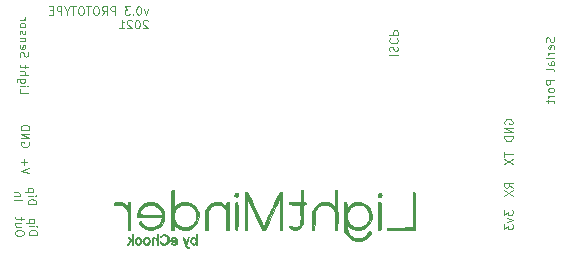
<source format=gbr>
G04 #@! TF.GenerationSoftware,KiCad,Pcbnew,(5.1.12)-1*
G04 #@! TF.CreationDate,2021-12-08T09:26:21+00:00*
G04 #@! TF.ProjectId,LightMinderSMD,4c696768-744d-4696-9e64-6572534d442e,rev?*
G04 #@! TF.SameCoordinates,Original*
G04 #@! TF.FileFunction,Legend,Bot*
G04 #@! TF.FilePolarity,Positive*
%FSLAX46Y46*%
G04 Gerber Fmt 4.6, Leading zero omitted, Abs format (unit mm)*
G04 Created by KiCad (PCBNEW (5.1.12)-1) date 2021-12-08 09:26:21*
%MOMM*%
%LPD*%
G01*
G04 APERTURE LIST*
%ADD10C,0.100000*%
%ADD11C,0.010000*%
%ADD12O,1.700000X1.700000*%
%ADD13R,1.700000X1.700000*%
G04 APERTURE END LIST*
D10*
X136216666Y-89966666D02*
X136216666Y-90400000D01*
X136483333Y-90166666D01*
X136483333Y-90266666D01*
X136516666Y-90333333D01*
X136550000Y-90366666D01*
X136616666Y-90400000D01*
X136783333Y-90400000D01*
X136850000Y-90366666D01*
X136883333Y-90333333D01*
X136916666Y-90266666D01*
X136916666Y-90066666D01*
X136883333Y-90000000D01*
X136850000Y-89966666D01*
X136450000Y-90633333D02*
X136916666Y-90800000D01*
X136450000Y-90966666D01*
X136216666Y-91166666D02*
X136216666Y-91600000D01*
X136483333Y-91366666D01*
X136483333Y-91466666D01*
X136516666Y-91533333D01*
X136550000Y-91566666D01*
X136616666Y-91600000D01*
X136783333Y-91600000D01*
X136850000Y-91566666D01*
X136883333Y-91533333D01*
X136916666Y-91466666D01*
X136916666Y-91266666D01*
X136883333Y-91200000D01*
X136850000Y-91166666D01*
X136916666Y-88083333D02*
X136583333Y-87850000D01*
X136916666Y-87683333D02*
X136216666Y-87683333D01*
X136216666Y-87950000D01*
X136250000Y-88016666D01*
X136283333Y-88050000D01*
X136350000Y-88083333D01*
X136450000Y-88083333D01*
X136516666Y-88050000D01*
X136550000Y-88016666D01*
X136583333Y-87950000D01*
X136583333Y-87683333D01*
X136216666Y-88316666D02*
X136916666Y-88783333D01*
X136216666Y-88783333D02*
X136916666Y-88316666D01*
X136216666Y-85066666D02*
X136216666Y-85466666D01*
X136916666Y-85266666D02*
X136216666Y-85266666D01*
X136216666Y-85633333D02*
X136916666Y-86100000D01*
X136216666Y-86100000D02*
X136916666Y-85633333D01*
X136250000Y-82666666D02*
X136216666Y-82600000D01*
X136216666Y-82500000D01*
X136250000Y-82400000D01*
X136316666Y-82333333D01*
X136383333Y-82300000D01*
X136516666Y-82266666D01*
X136616666Y-82266666D01*
X136750000Y-82300000D01*
X136816666Y-82333333D01*
X136883333Y-82400000D01*
X136916666Y-82500000D01*
X136916666Y-82566666D01*
X136883333Y-82666666D01*
X136850000Y-82700000D01*
X136616666Y-82700000D01*
X136616666Y-82566666D01*
X136916666Y-83000000D02*
X136216666Y-83000000D01*
X136916666Y-83400000D01*
X136216666Y-83400000D01*
X136916666Y-83733333D02*
X136216666Y-83733333D01*
X136216666Y-83900000D01*
X136250000Y-84000000D01*
X136316666Y-84066666D01*
X136383333Y-84100000D01*
X136516666Y-84133333D01*
X136616666Y-84133333D01*
X136750000Y-84100000D01*
X136816666Y-84066666D01*
X136883333Y-84000000D01*
X136916666Y-83900000D01*
X136916666Y-83733333D01*
X140383333Y-75366666D02*
X140416666Y-75466666D01*
X140416666Y-75633333D01*
X140383333Y-75700000D01*
X140350000Y-75733333D01*
X140283333Y-75766666D01*
X140216666Y-75766666D01*
X140150000Y-75733333D01*
X140116666Y-75700000D01*
X140083333Y-75633333D01*
X140050000Y-75500000D01*
X140016666Y-75433333D01*
X139983333Y-75400000D01*
X139916666Y-75366666D01*
X139850000Y-75366666D01*
X139783333Y-75400000D01*
X139750000Y-75433333D01*
X139716666Y-75500000D01*
X139716666Y-75666666D01*
X139750000Y-75766666D01*
X140383333Y-76333333D02*
X140416666Y-76266666D01*
X140416666Y-76133333D01*
X140383333Y-76066666D01*
X140316666Y-76033333D01*
X140050000Y-76033333D01*
X139983333Y-76066666D01*
X139950000Y-76133333D01*
X139950000Y-76266666D01*
X139983333Y-76333333D01*
X140050000Y-76366666D01*
X140116666Y-76366666D01*
X140183333Y-76033333D01*
X140416666Y-76666666D02*
X139950000Y-76666666D01*
X140083333Y-76666666D02*
X140016666Y-76700000D01*
X139983333Y-76733333D01*
X139950000Y-76800000D01*
X139950000Y-76866666D01*
X140416666Y-77100000D02*
X139950000Y-77100000D01*
X139716666Y-77100000D02*
X139750000Y-77066666D01*
X139783333Y-77100000D01*
X139750000Y-77133333D01*
X139716666Y-77100000D01*
X139783333Y-77100000D01*
X140416666Y-77733333D02*
X140050000Y-77733333D01*
X139983333Y-77700000D01*
X139950000Y-77633333D01*
X139950000Y-77500000D01*
X139983333Y-77433333D01*
X140383333Y-77733333D02*
X140416666Y-77666666D01*
X140416666Y-77500000D01*
X140383333Y-77433333D01*
X140316666Y-77400000D01*
X140250000Y-77400000D01*
X140183333Y-77433333D01*
X140150000Y-77500000D01*
X140150000Y-77666666D01*
X140116666Y-77733333D01*
X140416666Y-78166666D02*
X140383333Y-78100000D01*
X140316666Y-78066666D01*
X139716666Y-78066666D01*
X140416666Y-78966666D02*
X139716666Y-78966666D01*
X139716666Y-79233333D01*
X139750000Y-79300000D01*
X139783333Y-79333333D01*
X139850000Y-79366666D01*
X139950000Y-79366666D01*
X140016666Y-79333333D01*
X140050000Y-79300000D01*
X140083333Y-79233333D01*
X140083333Y-78966666D01*
X140416666Y-79766666D02*
X140383333Y-79700000D01*
X140350000Y-79666666D01*
X140283333Y-79633333D01*
X140083333Y-79633333D01*
X140016666Y-79666666D01*
X139983333Y-79700000D01*
X139950000Y-79766666D01*
X139950000Y-79866666D01*
X139983333Y-79933333D01*
X140016666Y-79966666D01*
X140083333Y-80000000D01*
X140283333Y-80000000D01*
X140350000Y-79966666D01*
X140383333Y-79933333D01*
X140416666Y-79866666D01*
X140416666Y-79766666D01*
X140416666Y-80300000D02*
X139950000Y-80300000D01*
X140083333Y-80300000D02*
X140016666Y-80333333D01*
X139983333Y-80366666D01*
X139950000Y-80433333D01*
X139950000Y-80500000D01*
X139950000Y-80633333D02*
X139950000Y-80900000D01*
X139716666Y-80733333D02*
X140316666Y-80733333D01*
X140383333Y-80766666D01*
X140416666Y-80833333D01*
X140416666Y-80900000D01*
X126483333Y-76833333D02*
X127183333Y-76833333D01*
X126516666Y-76533333D02*
X126483333Y-76433333D01*
X126483333Y-76266666D01*
X126516666Y-76200000D01*
X126550000Y-76166666D01*
X126616666Y-76133333D01*
X126683333Y-76133333D01*
X126750000Y-76166666D01*
X126783333Y-76200000D01*
X126816666Y-76266666D01*
X126850000Y-76400000D01*
X126883333Y-76466666D01*
X126916666Y-76500000D01*
X126983333Y-76533333D01*
X127050000Y-76533333D01*
X127116666Y-76500000D01*
X127150000Y-76466666D01*
X127183333Y-76400000D01*
X127183333Y-76233333D01*
X127150000Y-76133333D01*
X126550000Y-75433333D02*
X126516666Y-75466666D01*
X126483333Y-75566666D01*
X126483333Y-75633333D01*
X126516666Y-75733333D01*
X126583333Y-75800000D01*
X126650000Y-75833333D01*
X126783333Y-75866666D01*
X126883333Y-75866666D01*
X127016666Y-75833333D01*
X127083333Y-75800000D01*
X127150000Y-75733333D01*
X127183333Y-75633333D01*
X127183333Y-75566666D01*
X127150000Y-75466666D01*
X127116666Y-75433333D01*
X126483333Y-75133333D02*
X127183333Y-75133333D01*
X127183333Y-74866666D01*
X127150000Y-74800000D01*
X127116666Y-74766666D01*
X127050000Y-74733333D01*
X126950000Y-74733333D01*
X126883333Y-74766666D01*
X126850000Y-74800000D01*
X126816666Y-74866666D01*
X126816666Y-75133333D01*
X95183333Y-79716666D02*
X95183333Y-80050000D01*
X95883333Y-80050000D01*
X95183333Y-79483333D02*
X95650000Y-79483333D01*
X95883333Y-79483333D02*
X95850000Y-79516666D01*
X95816666Y-79483333D01*
X95850000Y-79450000D01*
X95883333Y-79483333D01*
X95816666Y-79483333D01*
X95650000Y-78850000D02*
X95083333Y-78850000D01*
X95016666Y-78883333D01*
X94983333Y-78916666D01*
X94950000Y-78983333D01*
X94950000Y-79083333D01*
X94983333Y-79150000D01*
X95216666Y-78850000D02*
X95183333Y-78916666D01*
X95183333Y-79050000D01*
X95216666Y-79116666D01*
X95250000Y-79150000D01*
X95316666Y-79183333D01*
X95516666Y-79183333D01*
X95583333Y-79150000D01*
X95616666Y-79116666D01*
X95650000Y-79050000D01*
X95650000Y-78916666D01*
X95616666Y-78850000D01*
X95183333Y-78516666D02*
X95883333Y-78516666D01*
X95183333Y-78216666D02*
X95550000Y-78216666D01*
X95616666Y-78250000D01*
X95650000Y-78316666D01*
X95650000Y-78416666D01*
X95616666Y-78483333D01*
X95583333Y-78516666D01*
X95650000Y-77983333D02*
X95650000Y-77716666D01*
X95883333Y-77883333D02*
X95283333Y-77883333D01*
X95216666Y-77850000D01*
X95183333Y-77783333D01*
X95183333Y-77716666D01*
X95216666Y-76983333D02*
X95183333Y-76883333D01*
X95183333Y-76716666D01*
X95216666Y-76650000D01*
X95250000Y-76616666D01*
X95316666Y-76583333D01*
X95383333Y-76583333D01*
X95450000Y-76616666D01*
X95483333Y-76650000D01*
X95516666Y-76716666D01*
X95550000Y-76850000D01*
X95583333Y-76916666D01*
X95616666Y-76950000D01*
X95683333Y-76983333D01*
X95750000Y-76983333D01*
X95816666Y-76950000D01*
X95850000Y-76916666D01*
X95883333Y-76850000D01*
X95883333Y-76683333D01*
X95850000Y-76583333D01*
X95216666Y-76016666D02*
X95183333Y-76083333D01*
X95183333Y-76216666D01*
X95216666Y-76283333D01*
X95283333Y-76316666D01*
X95550000Y-76316666D01*
X95616666Y-76283333D01*
X95650000Y-76216666D01*
X95650000Y-76083333D01*
X95616666Y-76016666D01*
X95550000Y-75983333D01*
X95483333Y-75983333D01*
X95416666Y-76316666D01*
X95650000Y-75683333D02*
X95183333Y-75683333D01*
X95583333Y-75683333D02*
X95616666Y-75650000D01*
X95650000Y-75583333D01*
X95650000Y-75483333D01*
X95616666Y-75416666D01*
X95550000Y-75383333D01*
X95183333Y-75383333D01*
X95216666Y-75083333D02*
X95183333Y-75016666D01*
X95183333Y-74883333D01*
X95216666Y-74816666D01*
X95283333Y-74783333D01*
X95316666Y-74783333D01*
X95383333Y-74816666D01*
X95416666Y-74883333D01*
X95416666Y-74983333D01*
X95450000Y-75050000D01*
X95516666Y-75083333D01*
X95550000Y-75083333D01*
X95616666Y-75050000D01*
X95650000Y-74983333D01*
X95650000Y-74883333D01*
X95616666Y-74816666D01*
X95183333Y-74383333D02*
X95216666Y-74450000D01*
X95250000Y-74483333D01*
X95316666Y-74516666D01*
X95516666Y-74516666D01*
X95583333Y-74483333D01*
X95616666Y-74450000D01*
X95650000Y-74383333D01*
X95650000Y-74283333D01*
X95616666Y-74216666D01*
X95583333Y-74183333D01*
X95516666Y-74150000D01*
X95316666Y-74150000D01*
X95250000Y-74183333D01*
X95216666Y-74216666D01*
X95183333Y-74283333D01*
X95183333Y-74383333D01*
X95183333Y-73850000D02*
X95650000Y-73850000D01*
X95516666Y-73850000D02*
X95583333Y-73816666D01*
X95616666Y-73783333D01*
X95650000Y-73716666D01*
X95650000Y-73650000D01*
X95950000Y-84233333D02*
X95983333Y-84300000D01*
X95983333Y-84400000D01*
X95950000Y-84500000D01*
X95883333Y-84566666D01*
X95816666Y-84600000D01*
X95683333Y-84633333D01*
X95583333Y-84633333D01*
X95450000Y-84600000D01*
X95383333Y-84566666D01*
X95316666Y-84500000D01*
X95283333Y-84400000D01*
X95283333Y-84333333D01*
X95316666Y-84233333D01*
X95350000Y-84200000D01*
X95583333Y-84200000D01*
X95583333Y-84333333D01*
X95283333Y-83900000D02*
X95983333Y-83900000D01*
X95283333Y-83500000D01*
X95983333Y-83500000D01*
X95283333Y-83166666D02*
X95983333Y-83166666D01*
X95983333Y-83000000D01*
X95950000Y-82900000D01*
X95883333Y-82833333D01*
X95816666Y-82800000D01*
X95683333Y-82766666D01*
X95583333Y-82766666D01*
X95450000Y-82800000D01*
X95383333Y-82833333D01*
X95316666Y-82900000D01*
X95283333Y-83000000D01*
X95283333Y-83166666D01*
X95983333Y-86866666D02*
X95283333Y-86633333D01*
X95983333Y-86400000D01*
X95550000Y-86166666D02*
X95550000Y-85633333D01*
X95283333Y-85900000D02*
X95816666Y-85900000D01*
X106035000Y-72975000D02*
X105868333Y-73441666D01*
X105701666Y-72975000D01*
X105301666Y-72741666D02*
X105235000Y-72741666D01*
X105168333Y-72775000D01*
X105135000Y-72808333D01*
X105101666Y-72875000D01*
X105068333Y-73008333D01*
X105068333Y-73175000D01*
X105101666Y-73308333D01*
X105135000Y-73375000D01*
X105168333Y-73408333D01*
X105235000Y-73441666D01*
X105301666Y-73441666D01*
X105368333Y-73408333D01*
X105401666Y-73375000D01*
X105435000Y-73308333D01*
X105468333Y-73175000D01*
X105468333Y-73008333D01*
X105435000Y-72875000D01*
X105401666Y-72808333D01*
X105368333Y-72775000D01*
X105301666Y-72741666D01*
X104768333Y-73375000D02*
X104735000Y-73408333D01*
X104768333Y-73441666D01*
X104801666Y-73408333D01*
X104768333Y-73375000D01*
X104768333Y-73441666D01*
X104501666Y-72741666D02*
X104068333Y-72741666D01*
X104301666Y-73008333D01*
X104201666Y-73008333D01*
X104135000Y-73041666D01*
X104101666Y-73075000D01*
X104068333Y-73141666D01*
X104068333Y-73308333D01*
X104101666Y-73375000D01*
X104135000Y-73408333D01*
X104201666Y-73441666D01*
X104401666Y-73441666D01*
X104468333Y-73408333D01*
X104501666Y-73375000D01*
X103235000Y-73441666D02*
X103235000Y-72741666D01*
X102968333Y-72741666D01*
X102901666Y-72775000D01*
X102868333Y-72808333D01*
X102835000Y-72875000D01*
X102835000Y-72975000D01*
X102868333Y-73041666D01*
X102901666Y-73075000D01*
X102968333Y-73108333D01*
X103235000Y-73108333D01*
X102135000Y-73441666D02*
X102368333Y-73108333D01*
X102535000Y-73441666D02*
X102535000Y-72741666D01*
X102268333Y-72741666D01*
X102201666Y-72775000D01*
X102168333Y-72808333D01*
X102135000Y-72875000D01*
X102135000Y-72975000D01*
X102168333Y-73041666D01*
X102201666Y-73075000D01*
X102268333Y-73108333D01*
X102535000Y-73108333D01*
X101701666Y-72741666D02*
X101568333Y-72741666D01*
X101501666Y-72775000D01*
X101435000Y-72841666D01*
X101401666Y-72975000D01*
X101401666Y-73208333D01*
X101435000Y-73341666D01*
X101501666Y-73408333D01*
X101568333Y-73441666D01*
X101701666Y-73441666D01*
X101768333Y-73408333D01*
X101835000Y-73341666D01*
X101868333Y-73208333D01*
X101868333Y-72975000D01*
X101835000Y-72841666D01*
X101768333Y-72775000D01*
X101701666Y-72741666D01*
X101201666Y-72741666D02*
X100801666Y-72741666D01*
X101001666Y-73441666D02*
X101001666Y-72741666D01*
X100435000Y-72741666D02*
X100301666Y-72741666D01*
X100235000Y-72775000D01*
X100168333Y-72841666D01*
X100135000Y-72975000D01*
X100135000Y-73208333D01*
X100168333Y-73341666D01*
X100235000Y-73408333D01*
X100301666Y-73441666D01*
X100435000Y-73441666D01*
X100501666Y-73408333D01*
X100568333Y-73341666D01*
X100601666Y-73208333D01*
X100601666Y-72975000D01*
X100568333Y-72841666D01*
X100501666Y-72775000D01*
X100435000Y-72741666D01*
X99935000Y-72741666D02*
X99535000Y-72741666D01*
X99735000Y-73441666D02*
X99735000Y-72741666D01*
X99168333Y-73108333D02*
X99168333Y-73441666D01*
X99401666Y-72741666D02*
X99168333Y-73108333D01*
X98935000Y-72741666D01*
X98701666Y-73441666D02*
X98701666Y-72741666D01*
X98435000Y-72741666D01*
X98368333Y-72775000D01*
X98335000Y-72808333D01*
X98301666Y-72875000D01*
X98301666Y-72975000D01*
X98335000Y-73041666D01*
X98368333Y-73075000D01*
X98435000Y-73108333D01*
X98701666Y-73108333D01*
X98001666Y-73075000D02*
X97768333Y-73075000D01*
X97668333Y-73441666D02*
X98001666Y-73441666D01*
X98001666Y-72741666D01*
X97668333Y-72741666D01*
X106001666Y-73958333D02*
X105968333Y-73925000D01*
X105901666Y-73891666D01*
X105735000Y-73891666D01*
X105668333Y-73925000D01*
X105635000Y-73958333D01*
X105601666Y-74025000D01*
X105601666Y-74091666D01*
X105635000Y-74191666D01*
X106035000Y-74591666D01*
X105601666Y-74591666D01*
X105168333Y-73891666D02*
X105101666Y-73891666D01*
X105035000Y-73925000D01*
X105001666Y-73958333D01*
X104968333Y-74025000D01*
X104935000Y-74158333D01*
X104935000Y-74325000D01*
X104968333Y-74458333D01*
X105001666Y-74525000D01*
X105035000Y-74558333D01*
X105101666Y-74591666D01*
X105168333Y-74591666D01*
X105235000Y-74558333D01*
X105268333Y-74525000D01*
X105301666Y-74458333D01*
X105335000Y-74325000D01*
X105335000Y-74158333D01*
X105301666Y-74025000D01*
X105268333Y-73958333D01*
X105235000Y-73925000D01*
X105168333Y-73891666D01*
X104668333Y-73958333D02*
X104635000Y-73925000D01*
X104568333Y-73891666D01*
X104401666Y-73891666D01*
X104335000Y-73925000D01*
X104301666Y-73958333D01*
X104268333Y-74025000D01*
X104268333Y-74091666D01*
X104301666Y-74191666D01*
X104701666Y-74591666D01*
X104268333Y-74591666D01*
X103601666Y-74591666D02*
X104001666Y-74591666D01*
X103801666Y-74591666D02*
X103801666Y-73891666D01*
X103868333Y-73991666D01*
X103935000Y-74058333D01*
X104001666Y-74091666D01*
X95958333Y-92066666D02*
X96658333Y-92066666D01*
X96658333Y-91900000D01*
X96625000Y-91800000D01*
X96558333Y-91733333D01*
X96491666Y-91700000D01*
X96358333Y-91666666D01*
X96258333Y-91666666D01*
X96125000Y-91700000D01*
X96058333Y-91733333D01*
X95991666Y-91800000D01*
X95958333Y-91900000D01*
X95958333Y-92066666D01*
X95958333Y-91366666D02*
X96425000Y-91366666D01*
X96658333Y-91366666D02*
X96625000Y-91400000D01*
X96591666Y-91366666D01*
X96625000Y-91333333D01*
X96658333Y-91366666D01*
X96591666Y-91366666D01*
X96425000Y-91033333D02*
X95725000Y-91033333D01*
X96391666Y-91033333D02*
X96425000Y-90966666D01*
X96425000Y-90833333D01*
X96391666Y-90766666D01*
X96358333Y-90733333D01*
X96291666Y-90700000D01*
X96091666Y-90700000D01*
X96025000Y-90733333D01*
X95991666Y-90766666D01*
X95958333Y-90833333D01*
X95958333Y-90966666D01*
X95991666Y-91033333D01*
X95508333Y-91983333D02*
X95508333Y-91850000D01*
X95475000Y-91783333D01*
X95408333Y-91716666D01*
X95275000Y-91683333D01*
X95041666Y-91683333D01*
X94908333Y-91716666D01*
X94841666Y-91783333D01*
X94808333Y-91850000D01*
X94808333Y-91983333D01*
X94841666Y-92050000D01*
X94908333Y-92116666D01*
X95041666Y-92150000D01*
X95275000Y-92150000D01*
X95408333Y-92116666D01*
X95475000Y-92050000D01*
X95508333Y-91983333D01*
X95275000Y-91083333D02*
X94808333Y-91083333D01*
X95275000Y-91383333D02*
X94908333Y-91383333D01*
X94841666Y-91350000D01*
X94808333Y-91283333D01*
X94808333Y-91183333D01*
X94841666Y-91116666D01*
X94875000Y-91083333D01*
X95275000Y-90850000D02*
X95275000Y-90583333D01*
X95508333Y-90750000D02*
X94908333Y-90750000D01*
X94841666Y-90716666D01*
X94808333Y-90650000D01*
X94808333Y-90583333D01*
X95858333Y-89466666D02*
X96558333Y-89466666D01*
X96558333Y-89300000D01*
X96525000Y-89200000D01*
X96458333Y-89133333D01*
X96391666Y-89100000D01*
X96258333Y-89066666D01*
X96158333Y-89066666D01*
X96025000Y-89100000D01*
X95958333Y-89133333D01*
X95891666Y-89200000D01*
X95858333Y-89300000D01*
X95858333Y-89466666D01*
X95858333Y-88766666D02*
X96325000Y-88766666D01*
X96558333Y-88766666D02*
X96525000Y-88800000D01*
X96491666Y-88766666D01*
X96525000Y-88733333D01*
X96558333Y-88766666D01*
X96491666Y-88766666D01*
X96325000Y-88433333D02*
X95625000Y-88433333D01*
X96291666Y-88433333D02*
X96325000Y-88366666D01*
X96325000Y-88233333D01*
X96291666Y-88166666D01*
X96258333Y-88133333D01*
X96191666Y-88100000D01*
X95991666Y-88100000D01*
X95925000Y-88133333D01*
X95891666Y-88166666D01*
X95858333Y-88233333D01*
X95858333Y-88366666D01*
X95891666Y-88433333D01*
X94708333Y-89116666D02*
X95408333Y-89116666D01*
X95175000Y-88783333D02*
X94708333Y-88783333D01*
X95108333Y-88783333D02*
X95141666Y-88750000D01*
X95175000Y-88683333D01*
X95175000Y-88583333D01*
X95141666Y-88516666D01*
X95075000Y-88483333D01*
X94708333Y-88483333D01*
D11*
G36*
X109427043Y-92270487D02*
G01*
X109398099Y-92322747D01*
X109361344Y-92417665D01*
X109323355Y-92529884D01*
X109286941Y-92631579D01*
X109254512Y-92705540D01*
X109231048Y-92741101D01*
X109224566Y-92741551D01*
X109205866Y-92704556D01*
X109176718Y-92629142D01*
X109143101Y-92530892D01*
X109139699Y-92520333D01*
X109090238Y-92384152D01*
X109044740Y-92294819D01*
X109005165Y-92255500D01*
X108979657Y-92261601D01*
X108976218Y-92299854D01*
X108991882Y-92378641D01*
X109022612Y-92487011D01*
X109064373Y-92614014D01*
X109113129Y-92748701D01*
X109164842Y-92880121D01*
X109215478Y-92997324D01*
X109261000Y-93089361D01*
X109297371Y-93145281D01*
X109309136Y-93155465D01*
X109383624Y-93181810D01*
X109443296Y-93179956D01*
X109472881Y-93151889D01*
X109472947Y-93134167D01*
X109440766Y-93091842D01*
X109398802Y-93075560D01*
X109340682Y-93055538D01*
X109308698Y-93011721D01*
X109302761Y-92938053D01*
X109322782Y-92828482D01*
X109368673Y-92676954D01*
X109391957Y-92609704D01*
X109441948Y-92459958D01*
X109472114Y-92349685D01*
X109481278Y-92283634D01*
X109476824Y-92267757D01*
X109452007Y-92254339D01*
X109427043Y-92270487D01*
G37*
X109427043Y-92270487D02*
X109398099Y-92322747D01*
X109361344Y-92417665D01*
X109323355Y-92529884D01*
X109286941Y-92631579D01*
X109254512Y-92705540D01*
X109231048Y-92741101D01*
X109224566Y-92741551D01*
X109205866Y-92704556D01*
X109176718Y-92629142D01*
X109143101Y-92530892D01*
X109139699Y-92520333D01*
X109090238Y-92384152D01*
X109044740Y-92294819D01*
X109005165Y-92255500D01*
X108979657Y-92261601D01*
X108976218Y-92299854D01*
X108991882Y-92378641D01*
X109022612Y-92487011D01*
X109064373Y-92614014D01*
X109113129Y-92748701D01*
X109164842Y-92880121D01*
X109215478Y-92997324D01*
X109261000Y-93089361D01*
X109297371Y-93145281D01*
X109309136Y-93155465D01*
X109383624Y-93181810D01*
X109443296Y-93179956D01*
X109472881Y-93151889D01*
X109472947Y-93134167D01*
X109440766Y-93091842D01*
X109398802Y-93075560D01*
X109340682Y-93055538D01*
X109308698Y-93011721D01*
X109302761Y-92938053D01*
X109322782Y-92828482D01*
X109368673Y-92676954D01*
X109391957Y-92609704D01*
X109441948Y-92459958D01*
X109472114Y-92349685D01*
X109481278Y-92283634D01*
X109476824Y-92267757D01*
X109452007Y-92254339D01*
X109427043Y-92270487D01*
G36*
X110092774Y-92005576D02*
G01*
X110077777Y-92032820D01*
X110071721Y-92096994D01*
X110070889Y-92165486D01*
X110069259Y-92255424D01*
X110065018Y-92317491D01*
X110060003Y-92336889D01*
X110029970Y-92325282D01*
X109972895Y-92297344D01*
X109972354Y-92297063D01*
X109871635Y-92271892D01*
X109777025Y-92296294D01*
X109697904Y-92363494D01*
X109643651Y-92466716D01*
X109626489Y-92546942D01*
X109629958Y-92690179D01*
X109673033Y-92804866D01*
X109752391Y-92882690D01*
X109763018Y-92888553D01*
X109866239Y-92925415D01*
X109954066Y-92915481D01*
X110008165Y-92885622D01*
X110053466Y-92857465D01*
X110069299Y-92864092D01*
X110070889Y-92885622D01*
X110094536Y-92921829D01*
X110128032Y-92929555D01*
X110149215Y-92927265D01*
X110164199Y-92915011D01*
X110173854Y-92884724D01*
X110179049Y-92828332D01*
X110180656Y-92737764D01*
X110179542Y-92604948D01*
X110179414Y-92596821D01*
X110070889Y-92596821D01*
X110051728Y-92706185D01*
X110001460Y-92781507D01*
X109930911Y-92817836D01*
X109850902Y-92810221D01*
X109772258Y-92753711D01*
X109759943Y-92739064D01*
X109716943Y-92644067D01*
X109717681Y-92539518D01*
X109760178Y-92446155D01*
X109790935Y-92414500D01*
X109876085Y-92372589D01*
X109956231Y-92380529D01*
X110021563Y-92431932D01*
X110062272Y-92520411D01*
X110070889Y-92596821D01*
X110179414Y-92596821D01*
X110177421Y-92471303D01*
X110173972Y-92299579D01*
X110169687Y-92176211D01*
X110163579Y-92093110D01*
X110154658Y-92042187D01*
X110141937Y-92015354D01*
X110124428Y-92004523D01*
X110120277Y-92003567D01*
X110092774Y-92005576D01*
G37*
X110092774Y-92005576D02*
X110077777Y-92032820D01*
X110071721Y-92096994D01*
X110070889Y-92165486D01*
X110069259Y-92255424D01*
X110065018Y-92317491D01*
X110060003Y-92336889D01*
X110029970Y-92325282D01*
X109972895Y-92297344D01*
X109972354Y-92297063D01*
X109871635Y-92271892D01*
X109777025Y-92296294D01*
X109697904Y-92363494D01*
X109643651Y-92466716D01*
X109626489Y-92546942D01*
X109629958Y-92690179D01*
X109673033Y-92804866D01*
X109752391Y-92882690D01*
X109763018Y-92888553D01*
X109866239Y-92925415D01*
X109954066Y-92915481D01*
X110008165Y-92885622D01*
X110053466Y-92857465D01*
X110069299Y-92864092D01*
X110070889Y-92885622D01*
X110094536Y-92921829D01*
X110128032Y-92929555D01*
X110149215Y-92927265D01*
X110164199Y-92915011D01*
X110173854Y-92884724D01*
X110179049Y-92828332D01*
X110180656Y-92737764D01*
X110179542Y-92604948D01*
X110179414Y-92596821D01*
X110070889Y-92596821D01*
X110051728Y-92706185D01*
X110001460Y-92781507D01*
X109930911Y-92817836D01*
X109850902Y-92810221D01*
X109772258Y-92753711D01*
X109759943Y-92739064D01*
X109716943Y-92644067D01*
X109717681Y-92539518D01*
X109760178Y-92446155D01*
X109790935Y-92414500D01*
X109876085Y-92372589D01*
X109956231Y-92380529D01*
X110021563Y-92431932D01*
X110062272Y-92520411D01*
X110070889Y-92596821D01*
X110179414Y-92596821D01*
X110177421Y-92471303D01*
X110173972Y-92299579D01*
X110169687Y-92176211D01*
X110163579Y-92093110D01*
X110154658Y-92042187D01*
X110141937Y-92015354D01*
X110124428Y-92004523D01*
X110120277Y-92003567D01*
X110092774Y-92005576D01*
G36*
X108191460Y-92272868D02*
G01*
X108144722Y-92290282D01*
X108030881Y-92361053D01*
X107963605Y-92460072D01*
X107945201Y-92524836D01*
X107939661Y-92578986D01*
X107953369Y-92614397D01*
X107995246Y-92634979D01*
X108074212Y-92644642D01*
X108199189Y-92647297D01*
X108224641Y-92647333D01*
X108342554Y-92650647D01*
X108409057Y-92662937D01*
X108428920Y-92687726D01*
X108406914Y-92728533D01*
X108377555Y-92760222D01*
X108318592Y-92794449D01*
X108237634Y-92814173D01*
X108156190Y-92817345D01*
X108095770Y-92801918D01*
X108081222Y-92788444D01*
X108046165Y-92766565D01*
X107996256Y-92761027D01*
X107959260Y-92772788D01*
X107954222Y-92784070D01*
X107979645Y-92838104D01*
X108045731Y-92880968D01*
X108137211Y-92909052D01*
X108238812Y-92918745D01*
X108335262Y-92906439D01*
X108385911Y-92886104D01*
X108462778Y-92818542D01*
X108505843Y-92717239D01*
X108518666Y-92581220D01*
X108504142Y-92493711D01*
X108405777Y-92493711D01*
X108380822Y-92515987D01*
X108317986Y-92530241D01*
X108235320Y-92536068D01*
X108150870Y-92533068D01*
X108082686Y-92520836D01*
X108050175Y-92501651D01*
X108054219Y-92462424D01*
X108094729Y-92417615D01*
X108155038Y-92380689D01*
X108218478Y-92365113D01*
X108219180Y-92365111D01*
X108291331Y-92381800D01*
X108358769Y-92422328D01*
X108400733Y-92472389D01*
X108405777Y-92493711D01*
X108504142Y-92493711D01*
X108496845Y-92449747D01*
X108430211Y-92352050D01*
X108331534Y-92291195D01*
X108255571Y-92267038D01*
X108191460Y-92272868D01*
G37*
X108191460Y-92272868D02*
X108144722Y-92290282D01*
X108030881Y-92361053D01*
X107963605Y-92460072D01*
X107945201Y-92524836D01*
X107939661Y-92578986D01*
X107953369Y-92614397D01*
X107995246Y-92634979D01*
X108074212Y-92644642D01*
X108199189Y-92647297D01*
X108224641Y-92647333D01*
X108342554Y-92650647D01*
X108409057Y-92662937D01*
X108428920Y-92687726D01*
X108406914Y-92728533D01*
X108377555Y-92760222D01*
X108318592Y-92794449D01*
X108237634Y-92814173D01*
X108156190Y-92817345D01*
X108095770Y-92801918D01*
X108081222Y-92788444D01*
X108046165Y-92766565D01*
X107996256Y-92761027D01*
X107959260Y-92772788D01*
X107954222Y-92784070D01*
X107979645Y-92838104D01*
X108045731Y-92880968D01*
X108137211Y-92909052D01*
X108238812Y-92918745D01*
X108335262Y-92906439D01*
X108385911Y-92886104D01*
X108462778Y-92818542D01*
X108505843Y-92717239D01*
X108518666Y-92581220D01*
X108504142Y-92493711D01*
X108405777Y-92493711D01*
X108380822Y-92515987D01*
X108317986Y-92530241D01*
X108235320Y-92536068D01*
X108150870Y-92533068D01*
X108082686Y-92520836D01*
X108050175Y-92501651D01*
X108054219Y-92462424D01*
X108094729Y-92417615D01*
X108155038Y-92380689D01*
X108218478Y-92365113D01*
X108219180Y-92365111D01*
X108291331Y-92381800D01*
X108358769Y-92422328D01*
X108400733Y-92472389D01*
X108405777Y-92493711D01*
X108504142Y-92493711D01*
X108496845Y-92449747D01*
X108430211Y-92352050D01*
X108331534Y-92291195D01*
X108255571Y-92267038D01*
X108191460Y-92272868D01*
G36*
X107290765Y-92018721D02*
G01*
X107188923Y-92071080D01*
X107110624Y-92141593D01*
X107092304Y-92169759D01*
X107068744Y-92237307D01*
X107082206Y-92267402D01*
X107125975Y-92258277D01*
X107193339Y-92208161D01*
X107203060Y-92198950D01*
X107310312Y-92126362D01*
X107422050Y-92109646D01*
X107534321Y-92148861D01*
X107593358Y-92192939D01*
X107642765Y-92241350D01*
X107670311Y-92287476D01*
X107682406Y-92350122D01*
X107685461Y-92448093D01*
X107685525Y-92463301D01*
X107683842Y-92566631D01*
X107673758Y-92632348D01*
X107648923Y-92679246D01*
X107602982Y-92726119D01*
X107593943Y-92734251D01*
X107487797Y-92799370D01*
X107374475Y-92819570D01*
X107268570Y-92794196D01*
X107209219Y-92751563D01*
X107159554Y-92694344D01*
X107131254Y-92647871D01*
X107131199Y-92647708D01*
X107098603Y-92622593D01*
X107069598Y-92627638D01*
X107038583Y-92646416D01*
X107040001Y-92679105D01*
X107061346Y-92724504D01*
X107139873Y-92834949D01*
X107242207Y-92898346D01*
X107354214Y-92921122D01*
X107494132Y-92914940D01*
X107586373Y-92881729D01*
X107667292Y-92821480D01*
X107735511Y-92741707D01*
X107741451Y-92732000D01*
X107784309Y-92614742D01*
X107799871Y-92473536D01*
X107788086Y-92331900D01*
X107748903Y-92213351D01*
X107742622Y-92202234D01*
X107672430Y-92124022D01*
X107571258Y-92055228D01*
X107462371Y-92009397D01*
X107392188Y-91998222D01*
X107290765Y-92018721D01*
G37*
X107290765Y-92018721D02*
X107188923Y-92071080D01*
X107110624Y-92141593D01*
X107092304Y-92169759D01*
X107068744Y-92237307D01*
X107082206Y-92267402D01*
X107125975Y-92258277D01*
X107193339Y-92208161D01*
X107203060Y-92198950D01*
X107310312Y-92126362D01*
X107422050Y-92109646D01*
X107534321Y-92148861D01*
X107593358Y-92192939D01*
X107642765Y-92241350D01*
X107670311Y-92287476D01*
X107682406Y-92350122D01*
X107685461Y-92448093D01*
X107685525Y-92463301D01*
X107683842Y-92566631D01*
X107673758Y-92632348D01*
X107648923Y-92679246D01*
X107602982Y-92726119D01*
X107593943Y-92734251D01*
X107487797Y-92799370D01*
X107374475Y-92819570D01*
X107268570Y-92794196D01*
X107209219Y-92751563D01*
X107159554Y-92694344D01*
X107131254Y-92647871D01*
X107131199Y-92647708D01*
X107098603Y-92622593D01*
X107069598Y-92627638D01*
X107038583Y-92646416D01*
X107040001Y-92679105D01*
X107061346Y-92724504D01*
X107139873Y-92834949D01*
X107242207Y-92898346D01*
X107354214Y-92921122D01*
X107494132Y-92914940D01*
X107586373Y-92881729D01*
X107667292Y-92821480D01*
X107735511Y-92741707D01*
X107741451Y-92732000D01*
X107784309Y-92614742D01*
X107799871Y-92473536D01*
X107788086Y-92331900D01*
X107748903Y-92213351D01*
X107742622Y-92202234D01*
X107672430Y-92124022D01*
X107571258Y-92055228D01*
X107462371Y-92009397D01*
X107392188Y-91998222D01*
X107290765Y-92018721D01*
G36*
X106800032Y-92026966D02*
G01*
X106784310Y-92077364D01*
X106775338Y-92173273D01*
X106774642Y-92187002D01*
X106766285Y-92361671D01*
X106672581Y-92306385D01*
X106578925Y-92269522D01*
X106495145Y-92282718D01*
X106423166Y-92331441D01*
X106399495Y-92377156D01*
X106382401Y-92458816D01*
X106372048Y-92562520D01*
X106368599Y-92674365D01*
X106372220Y-92780451D01*
X106383073Y-92866874D01*
X106401323Y-92919732D01*
X106416111Y-92929555D01*
X106437352Y-92919261D01*
X106450317Y-92881804D01*
X106456763Y-92807323D01*
X106458444Y-92691682D01*
X106461592Y-92560436D01*
X106472176Y-92474476D01*
X106491901Y-92422934D01*
X106502793Y-92409460D01*
X106576899Y-92369020D01*
X106657753Y-92381674D01*
X106712444Y-92421555D01*
X106741813Y-92460371D01*
X106759069Y-92513711D01*
X106767117Y-92596103D01*
X106768889Y-92703778D01*
X106770041Y-92816214D01*
X106775417Y-92883595D01*
X106787894Y-92917291D01*
X106810351Y-92928676D01*
X106826032Y-92929555D01*
X106847208Y-92927266D01*
X106862190Y-92915019D01*
X106871846Y-92884746D01*
X106877045Y-92828380D01*
X106878656Y-92737851D01*
X106877548Y-92605092D01*
X106875421Y-92470944D01*
X106871757Y-92297211D01*
X106867006Y-92172421D01*
X106860350Y-92089075D01*
X106850968Y-92039672D01*
X106838042Y-92016712D01*
X106825333Y-92012333D01*
X106800032Y-92026966D01*
G37*
X106800032Y-92026966D02*
X106784310Y-92077364D01*
X106775338Y-92173273D01*
X106774642Y-92187002D01*
X106766285Y-92361671D01*
X106672581Y-92306385D01*
X106578925Y-92269522D01*
X106495145Y-92282718D01*
X106423166Y-92331441D01*
X106399495Y-92377156D01*
X106382401Y-92458816D01*
X106372048Y-92562520D01*
X106368599Y-92674365D01*
X106372220Y-92780451D01*
X106383073Y-92866874D01*
X106401323Y-92919732D01*
X106416111Y-92929555D01*
X106437352Y-92919261D01*
X106450317Y-92881804D01*
X106456763Y-92807323D01*
X106458444Y-92691682D01*
X106461592Y-92560436D01*
X106472176Y-92474476D01*
X106491901Y-92422934D01*
X106502793Y-92409460D01*
X106576899Y-92369020D01*
X106657753Y-92381674D01*
X106712444Y-92421555D01*
X106741813Y-92460371D01*
X106759069Y-92513711D01*
X106767117Y-92596103D01*
X106768889Y-92703778D01*
X106770041Y-92816214D01*
X106775417Y-92883595D01*
X106787894Y-92917291D01*
X106810351Y-92928676D01*
X106826032Y-92929555D01*
X106847208Y-92927266D01*
X106862190Y-92915019D01*
X106871846Y-92884746D01*
X106877045Y-92828380D01*
X106878656Y-92737851D01*
X106877548Y-92605092D01*
X106875421Y-92470944D01*
X106871757Y-92297211D01*
X106867006Y-92172421D01*
X106860350Y-92089075D01*
X106850968Y-92039672D01*
X106838042Y-92016712D01*
X106825333Y-92012333D01*
X106800032Y-92026966D01*
G36*
X105793911Y-92293104D02*
G01*
X105703094Y-92358733D01*
X105659627Y-92421555D01*
X105619106Y-92545446D01*
X105620964Y-92663350D01*
X105657842Y-92767958D01*
X105722381Y-92851960D01*
X105807223Y-92908044D01*
X105905008Y-92928901D01*
X106008380Y-92907219D01*
X106092853Y-92851944D01*
X106169326Y-92747977D01*
X106195641Y-92636838D01*
X106103161Y-92636838D01*
X106068189Y-92730228D01*
X106040868Y-92767278D01*
X105973998Y-92806564D01*
X105885954Y-92813713D01*
X105802141Y-92788468D01*
X105776278Y-92769959D01*
X105739993Y-92705752D01*
X105724732Y-92614028D01*
X105731182Y-92519708D01*
X105760030Y-92447713D01*
X105767167Y-92439531D01*
X105850765Y-92384437D01*
X105933292Y-92376470D01*
X106007271Y-92406679D01*
X106065226Y-92466112D01*
X106099681Y-92545815D01*
X106103161Y-92636838D01*
X106195641Y-92636838D01*
X106199440Y-92620796D01*
X106181092Y-92482223D01*
X106166032Y-92440697D01*
X106099175Y-92343322D01*
X106005703Y-92285918D01*
X105899364Y-92269006D01*
X105793911Y-92293104D01*
G37*
X105793911Y-92293104D02*
X105703094Y-92358733D01*
X105659627Y-92421555D01*
X105619106Y-92545446D01*
X105620964Y-92663350D01*
X105657842Y-92767958D01*
X105722381Y-92851960D01*
X105807223Y-92908044D01*
X105905008Y-92928901D01*
X106008380Y-92907219D01*
X106092853Y-92851944D01*
X106169326Y-92747977D01*
X106195641Y-92636838D01*
X106103161Y-92636838D01*
X106068189Y-92730228D01*
X106040868Y-92767278D01*
X105973998Y-92806564D01*
X105885954Y-92813713D01*
X105802141Y-92788468D01*
X105776278Y-92769959D01*
X105739993Y-92705752D01*
X105724732Y-92614028D01*
X105731182Y-92519708D01*
X105760030Y-92447713D01*
X105767167Y-92439531D01*
X105850765Y-92384437D01*
X105933292Y-92376470D01*
X106007271Y-92406679D01*
X106065226Y-92466112D01*
X106099681Y-92545815D01*
X106103161Y-92636838D01*
X106195641Y-92636838D01*
X106199440Y-92620796D01*
X106181092Y-92482223D01*
X106166032Y-92440697D01*
X106099175Y-92343322D01*
X106005703Y-92285918D01*
X105899364Y-92269006D01*
X105793911Y-92293104D01*
G36*
X105088356Y-92293104D02*
G01*
X104997539Y-92358733D01*
X104954071Y-92421555D01*
X104913551Y-92545446D01*
X104915408Y-92663350D01*
X104952286Y-92767958D01*
X105016825Y-92851960D01*
X105101667Y-92908044D01*
X105199453Y-92928901D01*
X105302824Y-92907219D01*
X105387297Y-92851944D01*
X105463770Y-92747977D01*
X105492655Y-92625985D01*
X105396982Y-92625985D01*
X105368156Y-92719743D01*
X105335312Y-92767278D01*
X105268443Y-92806564D01*
X105180398Y-92813713D01*
X105096585Y-92788468D01*
X105070722Y-92769959D01*
X105028992Y-92694680D01*
X105019543Y-92607681D01*
X105025914Y-92511625D01*
X105050798Y-92451670D01*
X105104211Y-92408117D01*
X105127573Y-92395158D01*
X105216113Y-92372909D01*
X105293468Y-92395873D01*
X105353493Y-92453044D01*
X105390046Y-92533417D01*
X105396982Y-92625985D01*
X105492655Y-92625985D01*
X105493884Y-92620796D01*
X105475536Y-92482223D01*
X105460476Y-92440697D01*
X105393620Y-92343322D01*
X105300147Y-92285918D01*
X105193809Y-92269006D01*
X105088356Y-92293104D01*
G37*
X105088356Y-92293104D02*
X104997539Y-92358733D01*
X104954071Y-92421555D01*
X104913551Y-92545446D01*
X104915408Y-92663350D01*
X104952286Y-92767958D01*
X105016825Y-92851960D01*
X105101667Y-92908044D01*
X105199453Y-92928901D01*
X105302824Y-92907219D01*
X105387297Y-92851944D01*
X105463770Y-92747977D01*
X105492655Y-92625985D01*
X105396982Y-92625985D01*
X105368156Y-92719743D01*
X105335312Y-92767278D01*
X105268443Y-92806564D01*
X105180398Y-92813713D01*
X105096585Y-92788468D01*
X105070722Y-92769959D01*
X105028992Y-92694680D01*
X105019543Y-92607681D01*
X105025914Y-92511625D01*
X105050798Y-92451670D01*
X105104211Y-92408117D01*
X105127573Y-92395158D01*
X105216113Y-92372909D01*
X105293468Y-92395873D01*
X105353493Y-92453044D01*
X105390046Y-92533417D01*
X105396982Y-92625985D01*
X105492655Y-92625985D01*
X105493884Y-92620796D01*
X105475536Y-92482223D01*
X105460476Y-92440697D01*
X105393620Y-92343322D01*
X105300147Y-92285918D01*
X105193809Y-92269006D01*
X105088356Y-92293104D01*
G36*
X104701433Y-92008589D02*
G01*
X104688451Y-92046286D01*
X104682051Y-92121210D01*
X104680444Y-92233407D01*
X104678247Y-92343740D01*
X104672397Y-92431493D01*
X104664012Y-92482094D01*
X104660943Y-92488093D01*
X104632796Y-92479769D01*
X104577586Y-92439278D01*
X104507169Y-92375338D01*
X104505898Y-92374087D01*
X104418910Y-92296293D01*
X104362658Y-92264737D01*
X104341899Y-92269034D01*
X104341075Y-92306602D01*
X104389068Y-92369893D01*
X104412278Y-92393280D01*
X104469942Y-92453753D01*
X104505554Y-92499927D01*
X104511111Y-92513307D01*
X104496391Y-92547395D01*
X104457786Y-92613564D01*
X104403624Y-92697545D01*
X104403137Y-92698271D01*
X104332484Y-92803873D01*
X104289698Y-92871160D01*
X104271310Y-92908765D01*
X104273849Y-92925317D01*
X104293847Y-92929450D01*
X104310160Y-92929555D01*
X104359948Y-92905790D01*
X104423195Y-92832722D01*
X104471060Y-92760222D01*
X104525779Y-92676519D01*
X104571176Y-92615989D01*
X104597930Y-92590990D01*
X104598796Y-92590889D01*
X104634632Y-92616542D01*
X104663226Y-92683278D01*
X104678985Y-92775757D01*
X104680444Y-92814811D01*
X104687210Y-92894003D01*
X104709725Y-92927153D01*
X104722777Y-92929555D01*
X104738670Y-92922168D01*
X104750116Y-92894994D01*
X104757799Y-92840516D01*
X104762402Y-92751213D01*
X104764609Y-92619569D01*
X104765111Y-92463889D01*
X104764439Y-92289068D01*
X104761969Y-92163161D01*
X104757016Y-92078652D01*
X104748898Y-92028020D01*
X104736930Y-92003748D01*
X104722777Y-91998222D01*
X104701433Y-92008589D01*
G37*
X104701433Y-92008589D02*
X104688451Y-92046286D01*
X104682051Y-92121210D01*
X104680444Y-92233407D01*
X104678247Y-92343740D01*
X104672397Y-92431493D01*
X104664012Y-92482094D01*
X104660943Y-92488093D01*
X104632796Y-92479769D01*
X104577586Y-92439278D01*
X104507169Y-92375338D01*
X104505898Y-92374087D01*
X104418910Y-92296293D01*
X104362658Y-92264737D01*
X104341899Y-92269034D01*
X104341075Y-92306602D01*
X104389068Y-92369893D01*
X104412278Y-92393280D01*
X104469942Y-92453753D01*
X104505554Y-92499927D01*
X104511111Y-92513307D01*
X104496391Y-92547395D01*
X104457786Y-92613564D01*
X104403624Y-92697545D01*
X104403137Y-92698271D01*
X104332484Y-92803873D01*
X104289698Y-92871160D01*
X104271310Y-92908765D01*
X104273849Y-92925317D01*
X104293847Y-92929450D01*
X104310160Y-92929555D01*
X104359948Y-92905790D01*
X104423195Y-92832722D01*
X104471060Y-92760222D01*
X104525779Y-92676519D01*
X104571176Y-92615989D01*
X104597930Y-92590990D01*
X104598796Y-92590889D01*
X104634632Y-92616542D01*
X104663226Y-92683278D01*
X104678985Y-92775757D01*
X104680444Y-92814811D01*
X104687210Y-92894003D01*
X104709725Y-92927153D01*
X104722777Y-92929555D01*
X104738670Y-92922168D01*
X104750116Y-92894994D01*
X104757799Y-92840516D01*
X104762402Y-92751213D01*
X104764609Y-92619569D01*
X104765111Y-92463889D01*
X104764439Y-92289068D01*
X104761969Y-92163161D01*
X104757016Y-92078652D01*
X104748898Y-92028020D01*
X104736930Y-92003748D01*
X104722777Y-91998222D01*
X104701433Y-92008589D01*
G36*
X123691035Y-89305628D02*
G01*
X123574096Y-89332432D01*
X123366969Y-89399469D01*
X123194614Y-89487924D01*
X123036384Y-89608516D01*
X123028344Y-89615697D01*
X122955546Y-89679156D01*
X122899784Y-89724076D01*
X122873762Y-89740444D01*
X122865326Y-89714490D01*
X122857165Y-89645672D01*
X122850771Y-89547558D01*
X122849687Y-89521722D01*
X122841444Y-89303000D01*
X122672111Y-89303000D01*
X122672111Y-91731406D01*
X122763371Y-91916728D01*
X122889604Y-92114356D01*
X123058818Y-92290941D01*
X123258229Y-92434171D01*
X123351353Y-92483036D01*
X123463147Y-92530295D01*
X123564916Y-92558725D01*
X123681388Y-92573859D01*
X123781982Y-92579394D01*
X123909649Y-92580567D01*
X124029755Y-92575288D01*
X124120648Y-92564663D01*
X124136344Y-92561283D01*
X124286357Y-92506699D01*
X124443705Y-92420789D01*
X124596404Y-92313099D01*
X124732473Y-92193174D01*
X124839929Y-92070560D01*
X124906791Y-91954804D01*
X124910620Y-91944440D01*
X124926487Y-91880116D01*
X124910585Y-91840431D01*
X124879647Y-91815237D01*
X124810726Y-91778651D01*
X124759194Y-91786555D01*
X124712136Y-91843309D01*
X124692902Y-91878278D01*
X124613256Y-91994799D01*
X124498786Y-92115087D01*
X124367202Y-92222262D01*
X124266666Y-92284548D01*
X124199993Y-92315538D01*
X124132790Y-92335229D01*
X124049570Y-92346054D01*
X123934846Y-92350444D01*
X123843333Y-92351000D01*
X123702235Y-92349362D01*
X123601678Y-92342759D01*
X123525814Y-92328659D01*
X123458792Y-92304526D01*
X123412084Y-92282068D01*
X123217917Y-92152381D01*
X123060456Y-91984003D01*
X122945252Y-91785051D01*
X122877857Y-91563641D01*
X122866848Y-91484972D01*
X122856646Y-91355230D01*
X122859600Y-91277188D01*
X122879358Y-91246909D01*
X122919569Y-91260455D01*
X122983881Y-91313887D01*
X123005996Y-91334781D01*
X123098947Y-91410884D01*
X123217141Y-91490308D01*
X123324907Y-91550587D01*
X123413530Y-91592602D01*
X123485767Y-91619951D01*
X123558269Y-91635768D01*
X123647685Y-91643190D01*
X123770665Y-91645350D01*
X123828629Y-91645444D01*
X123972229Y-91644052D01*
X124075641Y-91638130D01*
X124155091Y-91625064D01*
X124226803Y-91602236D01*
X124302852Y-91568979D01*
X124526365Y-91435476D01*
X124709283Y-91266975D01*
X124849547Y-91069721D01*
X124945096Y-90849961D01*
X124993873Y-90613939D01*
X124993843Y-90478830D01*
X124789250Y-90478830D01*
X124774559Y-90678483D01*
X124722779Y-90852974D01*
X124601389Y-91062087D01*
X124446307Y-91228061D01*
X124262805Y-91348596D01*
X124056152Y-91421392D01*
X123831619Y-91444152D01*
X123594476Y-91414576D01*
X123497285Y-91387581D01*
X123359913Y-91320703D01*
X123219933Y-91213571D01*
X123091712Y-91079762D01*
X122989616Y-90932854D01*
X122963997Y-90883583D01*
X122900706Y-90689119D01*
X122880264Y-90474844D01*
X122903158Y-90258247D01*
X122942744Y-90121182D01*
X123019184Y-89975939D01*
X123133532Y-89830469D01*
X123269911Y-89701661D01*
X123412445Y-89606407D01*
X123438646Y-89593617D01*
X123580994Y-89550061D01*
X123753356Y-89529126D01*
X123934398Y-89530839D01*
X124102788Y-89555225D01*
X124217530Y-89592645D01*
X124392811Y-89700131D01*
X124549754Y-89848399D01*
X124672957Y-90021864D01*
X124705693Y-90086609D01*
X124766156Y-90275278D01*
X124789250Y-90478830D01*
X124993843Y-90478830D01*
X124993817Y-90367899D01*
X124942870Y-90118089D01*
X124853601Y-89898713D01*
X124727853Y-89712597D01*
X124556843Y-89553862D01*
X124347022Y-89427258D01*
X124104835Y-89337534D01*
X124084348Y-89332116D01*
X123937963Y-89300444D01*
X123815944Y-89291609D01*
X123691035Y-89305628D01*
G37*
X123691035Y-89305628D02*
X123574096Y-89332432D01*
X123366969Y-89399469D01*
X123194614Y-89487924D01*
X123036384Y-89608516D01*
X123028344Y-89615697D01*
X122955546Y-89679156D01*
X122899784Y-89724076D01*
X122873762Y-89740444D01*
X122865326Y-89714490D01*
X122857165Y-89645672D01*
X122850771Y-89547558D01*
X122849687Y-89521722D01*
X122841444Y-89303000D01*
X122672111Y-89303000D01*
X122672111Y-91731406D01*
X122763371Y-91916728D01*
X122889604Y-92114356D01*
X123058818Y-92290941D01*
X123258229Y-92434171D01*
X123351353Y-92483036D01*
X123463147Y-92530295D01*
X123564916Y-92558725D01*
X123681388Y-92573859D01*
X123781982Y-92579394D01*
X123909649Y-92580567D01*
X124029755Y-92575288D01*
X124120648Y-92564663D01*
X124136344Y-92561283D01*
X124286357Y-92506699D01*
X124443705Y-92420789D01*
X124596404Y-92313099D01*
X124732473Y-92193174D01*
X124839929Y-92070560D01*
X124906791Y-91954804D01*
X124910620Y-91944440D01*
X124926487Y-91880116D01*
X124910585Y-91840431D01*
X124879647Y-91815237D01*
X124810726Y-91778651D01*
X124759194Y-91786555D01*
X124712136Y-91843309D01*
X124692902Y-91878278D01*
X124613256Y-91994799D01*
X124498786Y-92115087D01*
X124367202Y-92222262D01*
X124266666Y-92284548D01*
X124199993Y-92315538D01*
X124132790Y-92335229D01*
X124049570Y-92346054D01*
X123934846Y-92350444D01*
X123843333Y-92351000D01*
X123702235Y-92349362D01*
X123601678Y-92342759D01*
X123525814Y-92328659D01*
X123458792Y-92304526D01*
X123412084Y-92282068D01*
X123217917Y-92152381D01*
X123060456Y-91984003D01*
X122945252Y-91785051D01*
X122877857Y-91563641D01*
X122866848Y-91484972D01*
X122856646Y-91355230D01*
X122859600Y-91277188D01*
X122879358Y-91246909D01*
X122919569Y-91260455D01*
X122983881Y-91313887D01*
X123005996Y-91334781D01*
X123098947Y-91410884D01*
X123217141Y-91490308D01*
X123324907Y-91550587D01*
X123413530Y-91592602D01*
X123485767Y-91619951D01*
X123558269Y-91635768D01*
X123647685Y-91643190D01*
X123770665Y-91645350D01*
X123828629Y-91645444D01*
X123972229Y-91644052D01*
X124075641Y-91638130D01*
X124155091Y-91625064D01*
X124226803Y-91602236D01*
X124302852Y-91568979D01*
X124526365Y-91435476D01*
X124709283Y-91266975D01*
X124849547Y-91069721D01*
X124945096Y-90849961D01*
X124993873Y-90613939D01*
X124993843Y-90478830D01*
X124789250Y-90478830D01*
X124774559Y-90678483D01*
X124722779Y-90852974D01*
X124601389Y-91062087D01*
X124446307Y-91228061D01*
X124262805Y-91348596D01*
X124056152Y-91421392D01*
X123831619Y-91444152D01*
X123594476Y-91414576D01*
X123497285Y-91387581D01*
X123359913Y-91320703D01*
X123219933Y-91213571D01*
X123091712Y-91079762D01*
X122989616Y-90932854D01*
X122963997Y-90883583D01*
X122900706Y-90689119D01*
X122880264Y-90474844D01*
X122903158Y-90258247D01*
X122942744Y-90121182D01*
X123019184Y-89975939D01*
X123133532Y-89830469D01*
X123269911Y-89701661D01*
X123412445Y-89606407D01*
X123438646Y-89593617D01*
X123580994Y-89550061D01*
X123753356Y-89529126D01*
X123934398Y-89530839D01*
X124102788Y-89555225D01*
X124217530Y-89592645D01*
X124392811Y-89700131D01*
X124549754Y-89848399D01*
X124672957Y-90021864D01*
X124705693Y-90086609D01*
X124766156Y-90275278D01*
X124789250Y-90478830D01*
X124993843Y-90478830D01*
X124993817Y-90367899D01*
X124942870Y-90118089D01*
X124853601Y-89898713D01*
X124727853Y-89712597D01*
X124556843Y-89553862D01*
X124347022Y-89427258D01*
X124104835Y-89337534D01*
X124084348Y-89332116D01*
X123937963Y-89300444D01*
X123815944Y-89291609D01*
X123691035Y-89305628D01*
G36*
X128507055Y-88487771D02*
G01*
X128496022Y-88497843D01*
X128486706Y-88516049D01*
X128478931Y-88546988D01*
X128472524Y-88595257D01*
X128467309Y-88665454D01*
X128463111Y-88762177D01*
X128459754Y-88890023D01*
X128457064Y-89053589D01*
X128454866Y-89257474D01*
X128452983Y-89506276D01*
X128451242Y-89804591D01*
X128450357Y-89976349D01*
X128448820Y-90257454D01*
X128447133Y-90520957D01*
X128445348Y-90761570D01*
X128443514Y-90974005D01*
X128441684Y-91152974D01*
X128439909Y-91293190D01*
X128438238Y-91389365D01*
X128436724Y-91436212D01*
X128436246Y-91439971D01*
X128407485Y-91441751D01*
X128328506Y-91444133D01*
X128205532Y-91446995D01*
X128044786Y-91450211D01*
X127852489Y-91453658D01*
X127634864Y-91457214D01*
X127398133Y-91460754D01*
X127371111Y-91461138D01*
X126312777Y-91476111D01*
X126312777Y-91645444D01*
X127477710Y-91652814D01*
X127777116Y-91654364D01*
X128024374Y-91654811D01*
X128223772Y-91654051D01*
X128379595Y-91651982D01*
X128496131Y-91648502D01*
X128577667Y-91643508D01*
X128628491Y-91636896D01*
X128652889Y-91628565D01*
X128656264Y-91624591D01*
X128658699Y-91590379D01*
X128660730Y-91505007D01*
X128662336Y-91373756D01*
X128663495Y-91201911D01*
X128664187Y-90994752D01*
X128664390Y-90757564D01*
X128664083Y-90495628D01*
X128663245Y-90214228D01*
X128662554Y-90053960D01*
X128660859Y-89719580D01*
X128659122Y-89437167D01*
X128657181Y-89202247D01*
X128654875Y-89010343D01*
X128652040Y-88856978D01*
X128648515Y-88737678D01*
X128644138Y-88647965D01*
X128638747Y-88583363D01*
X128632179Y-88539398D01*
X128624273Y-88511591D01*
X128614866Y-88495468D01*
X128605833Y-88487771D01*
X128545196Y-88471701D01*
X128507055Y-88487771D01*
G37*
X128507055Y-88487771D02*
X128496022Y-88497843D01*
X128486706Y-88516049D01*
X128478931Y-88546988D01*
X128472524Y-88595257D01*
X128467309Y-88665454D01*
X128463111Y-88762177D01*
X128459754Y-88890023D01*
X128457064Y-89053589D01*
X128454866Y-89257474D01*
X128452983Y-89506276D01*
X128451242Y-89804591D01*
X128450357Y-89976349D01*
X128448820Y-90257454D01*
X128447133Y-90520957D01*
X128445348Y-90761570D01*
X128443514Y-90974005D01*
X128441684Y-91152974D01*
X128439909Y-91293190D01*
X128438238Y-91389365D01*
X128436724Y-91436212D01*
X128436246Y-91439971D01*
X128407485Y-91441751D01*
X128328506Y-91444133D01*
X128205532Y-91446995D01*
X128044786Y-91450211D01*
X127852489Y-91453658D01*
X127634864Y-91457214D01*
X127398133Y-91460754D01*
X127371111Y-91461138D01*
X126312777Y-91476111D01*
X126312777Y-91645444D01*
X127477710Y-91652814D01*
X127777116Y-91654364D01*
X128024374Y-91654811D01*
X128223772Y-91654051D01*
X128379595Y-91651982D01*
X128496131Y-91648502D01*
X128577667Y-91643508D01*
X128628491Y-91636896D01*
X128652889Y-91628565D01*
X128656264Y-91624591D01*
X128658699Y-91590379D01*
X128660730Y-91505007D01*
X128662336Y-91373756D01*
X128663495Y-91201911D01*
X128664187Y-90994752D01*
X128664390Y-90757564D01*
X128664083Y-90495628D01*
X128663245Y-90214228D01*
X128662554Y-90053960D01*
X128660859Y-89719580D01*
X128659122Y-89437167D01*
X128657181Y-89202247D01*
X128654875Y-89010343D01*
X128652040Y-88856978D01*
X128648515Y-88737678D01*
X128644138Y-88647965D01*
X128638747Y-88583363D01*
X128632179Y-88539398D01*
X128624273Y-88511591D01*
X128614866Y-88495468D01*
X128605833Y-88487771D01*
X128545196Y-88471701D01*
X128507055Y-88487771D01*
G36*
X125619752Y-89293264D02*
G01*
X125550777Y-89303000D01*
X125550777Y-91645444D01*
X125638812Y-91654013D01*
X125704329Y-91651953D01*
X125736177Y-91621364D01*
X125744260Y-91597568D01*
X125748186Y-91555384D01*
X125751822Y-91463384D01*
X125755066Y-91328197D01*
X125757813Y-91156452D01*
X125759961Y-90954777D01*
X125761405Y-90729801D01*
X125762042Y-90488153D01*
X125762059Y-90458449D01*
X125761977Y-90169030D01*
X125761103Y-89931119D01*
X125758835Y-89739782D01*
X125754568Y-89590083D01*
X125747701Y-89477086D01*
X125737630Y-89395858D01*
X125723754Y-89341462D01*
X125705468Y-89308962D01*
X125682171Y-89293425D01*
X125653260Y-89289914D01*
X125619752Y-89293264D01*
G37*
X125619752Y-89293264D02*
X125550777Y-89303000D01*
X125550777Y-91645444D01*
X125638812Y-91654013D01*
X125704329Y-91651953D01*
X125736177Y-91621364D01*
X125744260Y-91597568D01*
X125748186Y-91555384D01*
X125751822Y-91463384D01*
X125755066Y-91328197D01*
X125757813Y-91156452D01*
X125759961Y-90954777D01*
X125761405Y-90729801D01*
X125762042Y-90488153D01*
X125762059Y-90458449D01*
X125761977Y-90169030D01*
X125761103Y-89931119D01*
X125758835Y-89739782D01*
X125754568Y-89590083D01*
X125747701Y-89477086D01*
X125737630Y-89395858D01*
X125723754Y-89341462D01*
X125705468Y-89308962D01*
X125682171Y-89293425D01*
X125653260Y-89289914D01*
X125619752Y-89293264D01*
G36*
X121931277Y-88261979D02*
G01*
X121915801Y-88276272D01*
X121903740Y-88301769D01*
X121894566Y-88345229D01*
X121887751Y-88413412D01*
X121882766Y-88513079D01*
X121879084Y-88650988D01*
X121876175Y-88833900D01*
X121874336Y-88990518D01*
X121866783Y-89687921D01*
X121733225Y-89570236D01*
X121624138Y-89480126D01*
X121527269Y-89418188D01*
X121421122Y-89373552D01*
X121284201Y-89335345D01*
X121255061Y-89328413D01*
X121015959Y-89299876D01*
X120783669Y-89324712D01*
X120564773Y-89399848D01*
X120365854Y-89522213D01*
X120193496Y-89688734D01*
X120059698Y-89886235D01*
X119962777Y-90065000D01*
X119954110Y-90862278D01*
X119945442Y-91659555D01*
X120140146Y-91659555D01*
X120151353Y-90918722D01*
X120155698Y-90671638D01*
X120161528Y-90473324D01*
X120170476Y-90316107D01*
X120184172Y-90192313D01*
X120204248Y-90094268D01*
X120232334Y-90014299D01*
X120270063Y-89944731D01*
X120319064Y-89877892D01*
X120380970Y-89806107D01*
X120389987Y-89796082D01*
X120549079Y-89657998D01*
X120728121Y-89567745D01*
X120919047Y-89524158D01*
X121113788Y-89526069D01*
X121304277Y-89572311D01*
X121482446Y-89661718D01*
X121640226Y-89793121D01*
X121769551Y-89965355D01*
X121787963Y-89998306D01*
X121807650Y-90037489D01*
X121823145Y-90077456D01*
X121835110Y-90125551D01*
X121844207Y-90189118D01*
X121851098Y-90275499D01*
X121856446Y-90392038D01*
X121860912Y-90546079D01*
X121865159Y-90744965D01*
X121867777Y-90883444D01*
X121881889Y-91645444D01*
X121973805Y-91654302D01*
X122047698Y-91650048D01*
X122079907Y-91626080D01*
X122082366Y-91591799D01*
X122084443Y-91506169D01*
X122086119Y-91374283D01*
X122087372Y-91201236D01*
X122088181Y-90992121D01*
X122088526Y-90752032D01*
X122088385Y-90486064D01*
X122087739Y-90199310D01*
X122086768Y-89941072D01*
X122085136Y-89593729D01*
X122083473Y-89298516D01*
X122081634Y-89051116D01*
X122079474Y-88847215D01*
X122076845Y-88682497D01*
X122073604Y-88552646D01*
X122069604Y-88453349D01*
X122064699Y-88380288D01*
X122058743Y-88329150D01*
X122051591Y-88295618D01*
X122043097Y-88275378D01*
X122033115Y-88264113D01*
X122030055Y-88261994D01*
X121969391Y-88245927D01*
X121931277Y-88261979D01*
G37*
X121931277Y-88261979D02*
X121915801Y-88276272D01*
X121903740Y-88301769D01*
X121894566Y-88345229D01*
X121887751Y-88413412D01*
X121882766Y-88513079D01*
X121879084Y-88650988D01*
X121876175Y-88833900D01*
X121874336Y-88990518D01*
X121866783Y-89687921D01*
X121733225Y-89570236D01*
X121624138Y-89480126D01*
X121527269Y-89418188D01*
X121421122Y-89373552D01*
X121284201Y-89335345D01*
X121255061Y-89328413D01*
X121015959Y-89299876D01*
X120783669Y-89324712D01*
X120564773Y-89399848D01*
X120365854Y-89522213D01*
X120193496Y-89688734D01*
X120059698Y-89886235D01*
X119962777Y-90065000D01*
X119954110Y-90862278D01*
X119945442Y-91659555D01*
X120140146Y-91659555D01*
X120151353Y-90918722D01*
X120155698Y-90671638D01*
X120161528Y-90473324D01*
X120170476Y-90316107D01*
X120184172Y-90192313D01*
X120204248Y-90094268D01*
X120232334Y-90014299D01*
X120270063Y-89944731D01*
X120319064Y-89877892D01*
X120380970Y-89806107D01*
X120389987Y-89796082D01*
X120549079Y-89657998D01*
X120728121Y-89567745D01*
X120919047Y-89524158D01*
X121113788Y-89526069D01*
X121304277Y-89572311D01*
X121482446Y-89661718D01*
X121640226Y-89793121D01*
X121769551Y-89965355D01*
X121787963Y-89998306D01*
X121807650Y-90037489D01*
X121823145Y-90077456D01*
X121835110Y-90125551D01*
X121844207Y-90189118D01*
X121851098Y-90275499D01*
X121856446Y-90392038D01*
X121860912Y-90546079D01*
X121865159Y-90744965D01*
X121867777Y-90883444D01*
X121881889Y-91645444D01*
X121973805Y-91654302D01*
X122047698Y-91650048D01*
X122079907Y-91626080D01*
X122082366Y-91591799D01*
X122084443Y-91506169D01*
X122086119Y-91374283D01*
X122087372Y-91201236D01*
X122088181Y-90992121D01*
X122088526Y-90752032D01*
X122088385Y-90486064D01*
X122087739Y-90199310D01*
X122086768Y-89941072D01*
X122085136Y-89593729D01*
X122083473Y-89298516D01*
X122081634Y-89051116D01*
X122079474Y-88847215D01*
X122076845Y-88682497D01*
X122073604Y-88552646D01*
X122069604Y-88453349D01*
X122064699Y-88380288D01*
X122058743Y-88329150D01*
X122051591Y-88295618D01*
X122043097Y-88275378D01*
X122033115Y-88264113D01*
X122030055Y-88261994D01*
X121969391Y-88245927D01*
X121931277Y-88261979D01*
G36*
X118967310Y-88773185D02*
G01*
X118959620Y-89287591D01*
X118459310Y-89295296D01*
X117959000Y-89303000D01*
X117959000Y-89500555D01*
X118452889Y-89514667D01*
X118946777Y-89528778D01*
X118954622Y-90276667D01*
X118956510Y-90530554D01*
X118955573Y-90734767D01*
X118950748Y-90896048D01*
X118940976Y-91021139D01*
X118925194Y-91116781D01*
X118902340Y-91189718D01*
X118871354Y-91246692D01*
X118831173Y-91294445D01*
X118788244Y-91333455D01*
X118668178Y-91406260D01*
X118534074Y-91442464D01*
X118400740Y-91441661D01*
X118282982Y-91403444D01*
X118213107Y-91349230D01*
X118142152Y-91299494D01*
X118070500Y-91306194D01*
X118012763Y-91352222D01*
X117983296Y-91388715D01*
X117980449Y-91417667D01*
X118009779Y-91454283D01*
X118069487Y-91507403D01*
X118224713Y-91606343D01*
X118398254Y-91655162D01*
X118580479Y-91652778D01*
X118761755Y-91598109D01*
X118783717Y-91587620D01*
X118923132Y-91496305D01*
X119038498Y-91369082D01*
X119104656Y-91264444D01*
X119117015Y-91229706D01*
X119127324Y-91169873D01*
X119135904Y-91079546D01*
X119143077Y-90953325D01*
X119149166Y-90785810D01*
X119154490Y-90571602D01*
X119158444Y-90361333D01*
X119172555Y-89528778D01*
X119277001Y-89520101D01*
X119364846Y-89494587D01*
X119406134Y-89437447D01*
X119399826Y-89350176D01*
X119398333Y-89345333D01*
X119371609Y-89306413D01*
X119314073Y-89290481D01*
X119270068Y-89288889D01*
X119159717Y-89288889D01*
X119152025Y-88773833D01*
X119144333Y-88258778D01*
X118975000Y-88258778D01*
X118967310Y-88773185D01*
G37*
X118967310Y-88773185D02*
X118959620Y-89287591D01*
X118459310Y-89295296D01*
X117959000Y-89303000D01*
X117959000Y-89500555D01*
X118452889Y-89514667D01*
X118946777Y-89528778D01*
X118954622Y-90276667D01*
X118956510Y-90530554D01*
X118955573Y-90734767D01*
X118950748Y-90896048D01*
X118940976Y-91021139D01*
X118925194Y-91116781D01*
X118902340Y-91189718D01*
X118871354Y-91246692D01*
X118831173Y-91294445D01*
X118788244Y-91333455D01*
X118668178Y-91406260D01*
X118534074Y-91442464D01*
X118400740Y-91441661D01*
X118282982Y-91403444D01*
X118213107Y-91349230D01*
X118142152Y-91299494D01*
X118070500Y-91306194D01*
X118012763Y-91352222D01*
X117983296Y-91388715D01*
X117980449Y-91417667D01*
X118009779Y-91454283D01*
X118069487Y-91507403D01*
X118224713Y-91606343D01*
X118398254Y-91655162D01*
X118580479Y-91652778D01*
X118761755Y-91598109D01*
X118783717Y-91587620D01*
X118923132Y-91496305D01*
X119038498Y-91369082D01*
X119104656Y-91264444D01*
X119117015Y-91229706D01*
X119127324Y-91169873D01*
X119135904Y-91079546D01*
X119143077Y-90953325D01*
X119149166Y-90785810D01*
X119154490Y-90571602D01*
X119158444Y-90361333D01*
X119172555Y-89528778D01*
X119277001Y-89520101D01*
X119364846Y-89494587D01*
X119406134Y-89437447D01*
X119399826Y-89350176D01*
X119398333Y-89345333D01*
X119371609Y-89306413D01*
X119314073Y-89290481D01*
X119270068Y-89288889D01*
X119159717Y-89288889D01*
X119152025Y-88773833D01*
X119144333Y-88258778D01*
X118975000Y-88258778D01*
X118967310Y-88773185D01*
G36*
X114337799Y-88475898D02*
G01*
X114233666Y-88484555D01*
X114226376Y-90072055D01*
X114219085Y-91659555D01*
X114315079Y-91659555D01*
X114395113Y-91646055D01*
X114428202Y-91614914D01*
X114431741Y-91578199D01*
X114435032Y-91490930D01*
X114438000Y-91359000D01*
X114440569Y-91188298D01*
X114442661Y-90984716D01*
X114444200Y-90754146D01*
X114445110Y-90502477D01*
X114445333Y-90296936D01*
X114445885Y-89999793D01*
X114447494Y-89736486D01*
X114450084Y-89510567D01*
X114453584Y-89325585D01*
X114457920Y-89185091D01*
X114463018Y-89092635D01*
X114468805Y-89051766D01*
X114471088Y-89050411D01*
X114490605Y-89084115D01*
X114532879Y-89167817D01*
X114597265Y-89300153D01*
X114683116Y-89479757D01*
X114789787Y-89705264D01*
X114916633Y-89975307D01*
X115063008Y-90288522D01*
X115228266Y-90643542D01*
X115411762Y-91039003D01*
X115441024Y-91102167D01*
X115699195Y-91659555D01*
X115933126Y-91659555D01*
X116252225Y-90975167D01*
X116359124Y-90745892D01*
X116478233Y-90490425D01*
X116601300Y-90226466D01*
X116720073Y-89971714D01*
X116826301Y-89743867D01*
X116860791Y-89669889D01*
X116942080Y-89497506D01*
X117016465Y-89343512D01*
X117080427Y-89214891D01*
X117130446Y-89118627D01*
X117163005Y-89061704D01*
X117173629Y-89049000D01*
X117178533Y-89076296D01*
X117183400Y-89154481D01*
X117188098Y-89277998D01*
X117192497Y-89441292D01*
X117196465Y-89638807D01*
X117199873Y-89864987D01*
X117202589Y-90114276D01*
X117204337Y-90354278D01*
X117211675Y-91659555D01*
X117409136Y-91659555D01*
X117401846Y-90072055D01*
X117394555Y-88484555D01*
X117281666Y-88484555D01*
X117257555Y-88482620D01*
X117237840Y-88479351D01*
X117220435Y-88478559D01*
X117203253Y-88484053D01*
X117184207Y-88499640D01*
X117161210Y-88529130D01*
X117132176Y-88576333D01*
X117095017Y-88645055D01*
X117047647Y-88739108D01*
X116987979Y-88862298D01*
X116913927Y-89018436D01*
X116823403Y-89211330D01*
X116714320Y-89444789D01*
X116584592Y-89722622D01*
X116475522Y-89955935D01*
X116334807Y-90256728D01*
X116216095Y-90510310D01*
X116117390Y-90720556D01*
X116036694Y-90891344D01*
X115972012Y-91026549D01*
X115921345Y-91130048D01*
X115882698Y-91205716D01*
X115854074Y-91257431D01*
X115833475Y-91289069D01*
X115818906Y-91304506D01*
X115808368Y-91307618D01*
X115799866Y-91302281D01*
X115791403Y-91292373D01*
X115788705Y-91289236D01*
X115766404Y-91252284D01*
X115725020Y-91172644D01*
X115668844Y-91059004D01*
X115602167Y-90920052D01*
X115529280Y-90764477D01*
X115525562Y-90756444D01*
X115343785Y-90363591D01*
X115184202Y-90018925D01*
X115045373Y-89719377D01*
X114925860Y-89461875D01*
X114824226Y-89243348D01*
X114739031Y-89060725D01*
X114668837Y-88910935D01*
X114612206Y-88790906D01*
X114567700Y-88697568D01*
X114533880Y-88627849D01*
X114509308Y-88578679D01*
X114492546Y-88546985D01*
X114483916Y-88532342D01*
X114441227Y-88487562D01*
X114379353Y-88474074D01*
X114337799Y-88475898D01*
G37*
X114337799Y-88475898D02*
X114233666Y-88484555D01*
X114226376Y-90072055D01*
X114219085Y-91659555D01*
X114315079Y-91659555D01*
X114395113Y-91646055D01*
X114428202Y-91614914D01*
X114431741Y-91578199D01*
X114435032Y-91490930D01*
X114438000Y-91359000D01*
X114440569Y-91188298D01*
X114442661Y-90984716D01*
X114444200Y-90754146D01*
X114445110Y-90502477D01*
X114445333Y-90296936D01*
X114445885Y-89999793D01*
X114447494Y-89736486D01*
X114450084Y-89510567D01*
X114453584Y-89325585D01*
X114457920Y-89185091D01*
X114463018Y-89092635D01*
X114468805Y-89051766D01*
X114471088Y-89050411D01*
X114490605Y-89084115D01*
X114532879Y-89167817D01*
X114597265Y-89300153D01*
X114683116Y-89479757D01*
X114789787Y-89705264D01*
X114916633Y-89975307D01*
X115063008Y-90288522D01*
X115228266Y-90643542D01*
X115411762Y-91039003D01*
X115441024Y-91102167D01*
X115699195Y-91659555D01*
X115933126Y-91659555D01*
X116252225Y-90975167D01*
X116359124Y-90745892D01*
X116478233Y-90490425D01*
X116601300Y-90226466D01*
X116720073Y-89971714D01*
X116826301Y-89743867D01*
X116860791Y-89669889D01*
X116942080Y-89497506D01*
X117016465Y-89343512D01*
X117080427Y-89214891D01*
X117130446Y-89118627D01*
X117163005Y-89061704D01*
X117173629Y-89049000D01*
X117178533Y-89076296D01*
X117183400Y-89154481D01*
X117188098Y-89277998D01*
X117192497Y-89441292D01*
X117196465Y-89638807D01*
X117199873Y-89864987D01*
X117202589Y-90114276D01*
X117204337Y-90354278D01*
X117211675Y-91659555D01*
X117409136Y-91659555D01*
X117401846Y-90072055D01*
X117394555Y-88484555D01*
X117281666Y-88484555D01*
X117257555Y-88482620D01*
X117237840Y-88479351D01*
X117220435Y-88478559D01*
X117203253Y-88484053D01*
X117184207Y-88499640D01*
X117161210Y-88529130D01*
X117132176Y-88576333D01*
X117095017Y-88645055D01*
X117047647Y-88739108D01*
X116987979Y-88862298D01*
X116913927Y-89018436D01*
X116823403Y-89211330D01*
X116714320Y-89444789D01*
X116584592Y-89722622D01*
X116475522Y-89955935D01*
X116334807Y-90256728D01*
X116216095Y-90510310D01*
X116117390Y-90720556D01*
X116036694Y-90891344D01*
X115972012Y-91026549D01*
X115921345Y-91130048D01*
X115882698Y-91205716D01*
X115854074Y-91257431D01*
X115833475Y-91289069D01*
X115818906Y-91304506D01*
X115808368Y-91307618D01*
X115799866Y-91302281D01*
X115791403Y-91292373D01*
X115788705Y-91289236D01*
X115766404Y-91252284D01*
X115725020Y-91172644D01*
X115668844Y-91059004D01*
X115602167Y-90920052D01*
X115529280Y-90764477D01*
X115525562Y-90756444D01*
X115343785Y-90363591D01*
X115184202Y-90018925D01*
X115045373Y-89719377D01*
X114925860Y-89461875D01*
X114824226Y-89243348D01*
X114739031Y-89060725D01*
X114668837Y-88910935D01*
X114612206Y-88790906D01*
X114567700Y-88697568D01*
X114533880Y-88627849D01*
X114509308Y-88578679D01*
X114492546Y-88546985D01*
X114483916Y-88532342D01*
X114441227Y-88487562D01*
X114379353Y-88474074D01*
X114337799Y-88475898D01*
G36*
X113452119Y-89317206D02*
G01*
X113430326Y-89343478D01*
X113424248Y-89382319D01*
X113418758Y-89470039D01*
X113413896Y-89599072D01*
X113409703Y-89761856D01*
X113406218Y-89950826D01*
X113403482Y-90158418D01*
X113401535Y-90377070D01*
X113400418Y-90599216D01*
X113400171Y-90817292D01*
X113400833Y-91023736D01*
X113402445Y-91210984D01*
X113405048Y-91371470D01*
X113408682Y-91497632D01*
X113413386Y-91581906D01*
X113418241Y-91614914D01*
X113455335Y-91645280D01*
X113519478Y-91659812D01*
X113582569Y-91654687D01*
X113608074Y-91640741D01*
X113612405Y-91609127D01*
X113616169Y-91528392D01*
X113619360Y-91405854D01*
X113621974Y-91248835D01*
X113624004Y-91064654D01*
X113625447Y-90860630D01*
X113626295Y-90644085D01*
X113626544Y-90422336D01*
X113626189Y-90202705D01*
X113625224Y-89992512D01*
X113623643Y-89799076D01*
X113621443Y-89629716D01*
X113618616Y-89491754D01*
X113615158Y-89392509D01*
X113611064Y-89339300D01*
X113609758Y-89333530D01*
X113570617Y-89296932D01*
X113509965Y-89291939D01*
X113452119Y-89317206D01*
G37*
X113452119Y-89317206D02*
X113430326Y-89343478D01*
X113424248Y-89382319D01*
X113418758Y-89470039D01*
X113413896Y-89599072D01*
X113409703Y-89761856D01*
X113406218Y-89950826D01*
X113403482Y-90158418D01*
X113401535Y-90377070D01*
X113400418Y-90599216D01*
X113400171Y-90817292D01*
X113400833Y-91023736D01*
X113402445Y-91210984D01*
X113405048Y-91371470D01*
X113408682Y-91497632D01*
X113413386Y-91581906D01*
X113418241Y-91614914D01*
X113455335Y-91645280D01*
X113519478Y-91659812D01*
X113582569Y-91654687D01*
X113608074Y-91640741D01*
X113612405Y-91609127D01*
X113616169Y-91528392D01*
X113619360Y-91405854D01*
X113621974Y-91248835D01*
X113624004Y-91064654D01*
X113625447Y-90860630D01*
X113626295Y-90644085D01*
X113626544Y-90422336D01*
X113626189Y-90202705D01*
X113625224Y-89992512D01*
X113623643Y-89799076D01*
X113621443Y-89629716D01*
X113618616Y-89491754D01*
X113615158Y-89392509D01*
X113611064Y-89339300D01*
X113609758Y-89333530D01*
X113570617Y-89296932D01*
X113509965Y-89291939D01*
X113452119Y-89317206D01*
G36*
X112717122Y-89302592D02*
G01*
X112691013Y-89325422D01*
X112676977Y-89376345D01*
X112667333Y-89468810D01*
X112653222Y-89634619D01*
X112519535Y-89523906D01*
X112327863Y-89398755D01*
X112122494Y-89324176D01*
X111910755Y-89298358D01*
X111699974Y-89319490D01*
X111497478Y-89385759D01*
X111310593Y-89495357D01*
X111146646Y-89646470D01*
X111012965Y-89837288D01*
X110978527Y-89904835D01*
X110903444Y-90065000D01*
X110903444Y-91645444D01*
X111101000Y-91645444D01*
X111115111Y-90855222D01*
X111119505Y-90621772D01*
X111123777Y-90437668D01*
X111128518Y-90295815D01*
X111134320Y-90189120D01*
X111141772Y-90110489D01*
X111151466Y-90052827D01*
X111163993Y-90009040D01*
X111179944Y-89972034D01*
X111190331Y-89952111D01*
X111311966Y-89779370D01*
X111462148Y-89648775D01*
X111632762Y-89561756D01*
X111815695Y-89519743D01*
X112002831Y-89524165D01*
X112186056Y-89576453D01*
X112357256Y-89678036D01*
X112422780Y-89734933D01*
X112486063Y-89797268D01*
X112536559Y-89853786D01*
X112575844Y-89911705D01*
X112605492Y-89978242D01*
X112627080Y-90060612D01*
X112642183Y-90166034D01*
X112652375Y-90301724D01*
X112659234Y-90474898D01*
X112664333Y-90692774D01*
X112667333Y-90855222D01*
X112681444Y-91645444D01*
X112767125Y-91653837D01*
X112834046Y-91653790D01*
X112872958Y-91642078D01*
X112878136Y-91609485D01*
X112882488Y-91527777D01*
X112886028Y-91404279D01*
X112888771Y-91246314D01*
X112890731Y-91061206D01*
X112891922Y-90856278D01*
X112892359Y-90638856D01*
X112892056Y-90416262D01*
X112891027Y-90195820D01*
X112889286Y-89984855D01*
X112886847Y-89790689D01*
X112883725Y-89620647D01*
X112879934Y-89482053D01*
X112875488Y-89382230D01*
X112870401Y-89328502D01*
X112868450Y-89321907D01*
X112824441Y-89296899D01*
X112763049Y-89293684D01*
X112717122Y-89302592D01*
G37*
X112717122Y-89302592D02*
X112691013Y-89325422D01*
X112676977Y-89376345D01*
X112667333Y-89468810D01*
X112653222Y-89634619D01*
X112519535Y-89523906D01*
X112327863Y-89398755D01*
X112122494Y-89324176D01*
X111910755Y-89298358D01*
X111699974Y-89319490D01*
X111497478Y-89385759D01*
X111310593Y-89495357D01*
X111146646Y-89646470D01*
X111012965Y-89837288D01*
X110978527Y-89904835D01*
X110903444Y-90065000D01*
X110903444Y-91645444D01*
X111101000Y-91645444D01*
X111115111Y-90855222D01*
X111119505Y-90621772D01*
X111123777Y-90437668D01*
X111128518Y-90295815D01*
X111134320Y-90189120D01*
X111141772Y-90110489D01*
X111151466Y-90052827D01*
X111163993Y-90009040D01*
X111179944Y-89972034D01*
X111190331Y-89952111D01*
X111311966Y-89779370D01*
X111462148Y-89648775D01*
X111632762Y-89561756D01*
X111815695Y-89519743D01*
X112002831Y-89524165D01*
X112186056Y-89576453D01*
X112357256Y-89678036D01*
X112422780Y-89734933D01*
X112486063Y-89797268D01*
X112536559Y-89853786D01*
X112575844Y-89911705D01*
X112605492Y-89978242D01*
X112627080Y-90060612D01*
X112642183Y-90166034D01*
X112652375Y-90301724D01*
X112659234Y-90474898D01*
X112664333Y-90692774D01*
X112667333Y-90855222D01*
X112681444Y-91645444D01*
X112767125Y-91653837D01*
X112834046Y-91653790D01*
X112872958Y-91642078D01*
X112878136Y-91609485D01*
X112882488Y-91527777D01*
X112886028Y-91404279D01*
X112888771Y-91246314D01*
X112890731Y-91061206D01*
X112891922Y-90856278D01*
X112892359Y-90638856D01*
X112892056Y-90416262D01*
X112891027Y-90195820D01*
X112889286Y-89984855D01*
X112886847Y-89790689D01*
X112883725Y-89620647D01*
X112879934Y-89482053D01*
X112875488Y-89382230D01*
X112870401Y-89328502D01*
X112868450Y-89321907D01*
X112824441Y-89296899D01*
X112763049Y-89293684D01*
X112717122Y-89302592D01*
G36*
X108040493Y-88257786D02*
G01*
X108033438Y-88286666D01*
X108027370Y-88364654D01*
X108022271Y-88492783D01*
X108018122Y-88672083D01*
X108014906Y-88903585D01*
X108012604Y-89188320D01*
X108011198Y-89527319D01*
X108010671Y-89921612D01*
X108010666Y-89967888D01*
X108010666Y-91659555D01*
X108208222Y-91659555D01*
X108208222Y-91447889D01*
X108210427Y-91346709D01*
X108216261Y-91271864D01*
X108224549Y-91237146D01*
X108226233Y-91236222D01*
X108254965Y-91253900D01*
X108311287Y-91299797D01*
X108369330Y-91351523D01*
X108569249Y-91499632D01*
X108793116Y-91596975D01*
X109042381Y-91644134D01*
X109106427Y-91648061D01*
X109234093Y-91649234D01*
X109354199Y-91643955D01*
X109445093Y-91633330D01*
X109460788Y-91629949D01*
X109661964Y-91554532D01*
X109855126Y-91436356D01*
X110026946Y-91286347D01*
X110164095Y-91115425D01*
X110226441Y-91002487D01*
X110310368Y-90755464D01*
X110341238Y-90509020D01*
X110339594Y-90488333D01*
X110112896Y-90488333D01*
X110111189Y-90626711D01*
X110103952Y-90724795D01*
X110088582Y-90798660D01*
X110062476Y-90864380D01*
X110047103Y-90894508D01*
X109916263Y-91088186D01*
X109752486Y-91246952D01*
X109564796Y-91363736D01*
X109362217Y-91431469D01*
X109361615Y-91431587D01*
X109270459Y-91448933D01*
X109207394Y-91456534D01*
X109148958Y-91454374D01*
X109071685Y-91442435D01*
X109010683Y-91431334D01*
X108787834Y-91363587D01*
X108594303Y-91250339D01*
X108435052Y-91097009D01*
X108315044Y-90909015D01*
X108239243Y-90691776D01*
X108218690Y-90566634D01*
X108213163Y-90447136D01*
X108226217Y-90333194D01*
X108261097Y-90197411D01*
X108263278Y-90190195D01*
X108301058Y-90078810D01*
X108343138Y-89993445D01*
X108402124Y-89913873D01*
X108490619Y-89819870D01*
X108499806Y-89810666D01*
X108623408Y-89698212D01*
X108737486Y-89621272D01*
X108843222Y-89573195D01*
X109054845Y-89522492D01*
X109269939Y-89523246D01*
X109479657Y-89571829D01*
X109675151Y-89664615D01*
X109847572Y-89797978D01*
X109988074Y-89968290D01*
X110043014Y-90065000D01*
X110076419Y-90140752D01*
X110097261Y-90214555D01*
X110108359Y-90303487D01*
X110112532Y-90424627D01*
X110112896Y-90488333D01*
X110339594Y-90488333D01*
X110322174Y-90269212D01*
X110256296Y-90042100D01*
X110146727Y-89833740D01*
X109996588Y-89650191D01*
X109809000Y-89497511D01*
X109587086Y-89381758D01*
X109355998Y-89313229D01*
X109151727Y-89298234D01*
X108934058Y-89327560D01*
X108717736Y-89396603D01*
X108517508Y-89500757D01*
X108359322Y-89624464D01*
X108293749Y-89682202D01*
X108244312Y-89716054D01*
X108225266Y-89719859D01*
X108220623Y-89688105D01*
X108216462Y-89607658D01*
X108212962Y-89486268D01*
X108210305Y-89331686D01*
X108208671Y-89151661D01*
X108208222Y-88988389D01*
X108208222Y-88273964D01*
X108139270Y-88256658D01*
X108075156Y-88250047D01*
X108040493Y-88257786D01*
G37*
X108040493Y-88257786D02*
X108033438Y-88286666D01*
X108027370Y-88364654D01*
X108022271Y-88492783D01*
X108018122Y-88672083D01*
X108014906Y-88903585D01*
X108012604Y-89188320D01*
X108011198Y-89527319D01*
X108010671Y-89921612D01*
X108010666Y-89967888D01*
X108010666Y-91659555D01*
X108208222Y-91659555D01*
X108208222Y-91447889D01*
X108210427Y-91346709D01*
X108216261Y-91271864D01*
X108224549Y-91237146D01*
X108226233Y-91236222D01*
X108254965Y-91253900D01*
X108311287Y-91299797D01*
X108369330Y-91351523D01*
X108569249Y-91499632D01*
X108793116Y-91596975D01*
X109042381Y-91644134D01*
X109106427Y-91648061D01*
X109234093Y-91649234D01*
X109354199Y-91643955D01*
X109445093Y-91633330D01*
X109460788Y-91629949D01*
X109661964Y-91554532D01*
X109855126Y-91436356D01*
X110026946Y-91286347D01*
X110164095Y-91115425D01*
X110226441Y-91002487D01*
X110310368Y-90755464D01*
X110341238Y-90509020D01*
X110339594Y-90488333D01*
X110112896Y-90488333D01*
X110111189Y-90626711D01*
X110103952Y-90724795D01*
X110088582Y-90798660D01*
X110062476Y-90864380D01*
X110047103Y-90894508D01*
X109916263Y-91088186D01*
X109752486Y-91246952D01*
X109564796Y-91363736D01*
X109362217Y-91431469D01*
X109361615Y-91431587D01*
X109270459Y-91448933D01*
X109207394Y-91456534D01*
X109148958Y-91454374D01*
X109071685Y-91442435D01*
X109010683Y-91431334D01*
X108787834Y-91363587D01*
X108594303Y-91250339D01*
X108435052Y-91097009D01*
X108315044Y-90909015D01*
X108239243Y-90691776D01*
X108218690Y-90566634D01*
X108213163Y-90447136D01*
X108226217Y-90333194D01*
X108261097Y-90197411D01*
X108263278Y-90190195D01*
X108301058Y-90078810D01*
X108343138Y-89993445D01*
X108402124Y-89913873D01*
X108490619Y-89819870D01*
X108499806Y-89810666D01*
X108623408Y-89698212D01*
X108737486Y-89621272D01*
X108843222Y-89573195D01*
X109054845Y-89522492D01*
X109269939Y-89523246D01*
X109479657Y-89571829D01*
X109675151Y-89664615D01*
X109847572Y-89797978D01*
X109988074Y-89968290D01*
X110043014Y-90065000D01*
X110076419Y-90140752D01*
X110097261Y-90214555D01*
X110108359Y-90303487D01*
X110112532Y-90424627D01*
X110112896Y-90488333D01*
X110339594Y-90488333D01*
X110322174Y-90269212D01*
X110256296Y-90042100D01*
X110146727Y-89833740D01*
X109996588Y-89650191D01*
X109809000Y-89497511D01*
X109587086Y-89381758D01*
X109355998Y-89313229D01*
X109151727Y-89298234D01*
X108934058Y-89327560D01*
X108717736Y-89396603D01*
X108517508Y-89500757D01*
X108359322Y-89624464D01*
X108293749Y-89682202D01*
X108244312Y-89716054D01*
X108225266Y-89719859D01*
X108220623Y-89688105D01*
X108216462Y-89607658D01*
X108212962Y-89486268D01*
X108210305Y-89331686D01*
X108208671Y-89151661D01*
X108208222Y-88988389D01*
X108208222Y-88273964D01*
X108139270Y-88256658D01*
X108075156Y-88250047D01*
X108040493Y-88257786D01*
G36*
X106021000Y-89331296D02*
G01*
X105775295Y-89415285D01*
X105564663Y-89539786D01*
X105389960Y-89699151D01*
X105248974Y-89890743D01*
X105157301Y-90105134D01*
X105112614Y-90348004D01*
X105110102Y-90382500D01*
X105097608Y-90587111D01*
X107226726Y-90587111D01*
X107207164Y-90691386D01*
X107142493Y-90889405D01*
X107030843Y-91069723D01*
X106880920Y-91223869D01*
X106701429Y-91343373D01*
X106501076Y-91419766D01*
X106446419Y-91431561D01*
X106219341Y-91445978D01*
X106000608Y-91408506D01*
X105798856Y-91322432D01*
X105622723Y-91191039D01*
X105524570Y-91080914D01*
X105463108Y-91003382D01*
X105413434Y-90947759D01*
X105386064Y-90925794D01*
X105385736Y-90925778D01*
X105350318Y-90941903D01*
X105298068Y-90979191D01*
X105254574Y-91020880D01*
X105249998Y-91059521D01*
X105273775Y-91111928D01*
X105347606Y-91217044D01*
X105457403Y-91330551D01*
X105587313Y-91438464D01*
X105721484Y-91526794D01*
X105775971Y-91555008D01*
X105956834Y-91616231D01*
X106164815Y-91649231D01*
X106377164Y-91652229D01*
X106571132Y-91623446D01*
X106589216Y-91618589D01*
X106823148Y-91524163D01*
X107029645Y-91383480D01*
X107202023Y-91202772D01*
X107333602Y-90988274D01*
X107377338Y-90883444D01*
X107413706Y-90732706D01*
X107430133Y-90551563D01*
X107426883Y-90361406D01*
X107426874Y-90361333D01*
X107226563Y-90361333D01*
X106278059Y-90361333D01*
X106018028Y-90361050D01*
X105809117Y-90360047D01*
X105646000Y-90358091D01*
X105523355Y-90354952D01*
X105435859Y-90350397D01*
X105378187Y-90344196D01*
X105345016Y-90336115D01*
X105331024Y-90325925D01*
X105329555Y-90320059D01*
X105348594Y-90217378D01*
X105399854Y-90092629D01*
X105474547Y-89962529D01*
X105563888Y-89843796D01*
X105600541Y-89804444D01*
X105745260Y-89677037D01*
X105887262Y-89593822D01*
X106044114Y-89547512D01*
X106233380Y-89530817D01*
X106260889Y-89530445D01*
X106393249Y-89532562D01*
X106491065Y-89543723D01*
X106576005Y-89567875D01*
X106656000Y-89602386D01*
X106841947Y-89720188D01*
X107002127Y-89880071D01*
X107126788Y-90069991D01*
X107206180Y-90277904D01*
X107207621Y-90283722D01*
X107226563Y-90361333D01*
X107426874Y-90361333D01*
X107404220Y-90183623D01*
X107367054Y-90050889D01*
X107252125Y-89831732D01*
X107097888Y-89644869D01*
X106911896Y-89494340D01*
X106701702Y-89384181D01*
X106474859Y-89318430D01*
X106238920Y-89301125D01*
X106021000Y-89331296D01*
G37*
X106021000Y-89331296D02*
X105775295Y-89415285D01*
X105564663Y-89539786D01*
X105389960Y-89699151D01*
X105248974Y-89890743D01*
X105157301Y-90105134D01*
X105112614Y-90348004D01*
X105110102Y-90382500D01*
X105097608Y-90587111D01*
X107226726Y-90587111D01*
X107207164Y-90691386D01*
X107142493Y-90889405D01*
X107030843Y-91069723D01*
X106880920Y-91223869D01*
X106701429Y-91343373D01*
X106501076Y-91419766D01*
X106446419Y-91431561D01*
X106219341Y-91445978D01*
X106000608Y-91408506D01*
X105798856Y-91322432D01*
X105622723Y-91191039D01*
X105524570Y-91080914D01*
X105463108Y-91003382D01*
X105413434Y-90947759D01*
X105386064Y-90925794D01*
X105385736Y-90925778D01*
X105350318Y-90941903D01*
X105298068Y-90979191D01*
X105254574Y-91020880D01*
X105249998Y-91059521D01*
X105273775Y-91111928D01*
X105347606Y-91217044D01*
X105457403Y-91330551D01*
X105587313Y-91438464D01*
X105721484Y-91526794D01*
X105775971Y-91555008D01*
X105956834Y-91616231D01*
X106164815Y-91649231D01*
X106377164Y-91652229D01*
X106571132Y-91623446D01*
X106589216Y-91618589D01*
X106823148Y-91524163D01*
X107029645Y-91383480D01*
X107202023Y-91202772D01*
X107333602Y-90988274D01*
X107377338Y-90883444D01*
X107413706Y-90732706D01*
X107430133Y-90551563D01*
X107426883Y-90361406D01*
X107426874Y-90361333D01*
X107226563Y-90361333D01*
X106278059Y-90361333D01*
X106018028Y-90361050D01*
X105809117Y-90360047D01*
X105646000Y-90358091D01*
X105523355Y-90354952D01*
X105435859Y-90350397D01*
X105378187Y-90344196D01*
X105345016Y-90336115D01*
X105331024Y-90325925D01*
X105329555Y-90320059D01*
X105348594Y-90217378D01*
X105399854Y-90092629D01*
X105474547Y-89962529D01*
X105563888Y-89843796D01*
X105600541Y-89804444D01*
X105745260Y-89677037D01*
X105887262Y-89593822D01*
X106044114Y-89547512D01*
X106233380Y-89530817D01*
X106260889Y-89530445D01*
X106393249Y-89532562D01*
X106491065Y-89543723D01*
X106576005Y-89567875D01*
X106656000Y-89602386D01*
X106841947Y-89720188D01*
X107002127Y-89880071D01*
X107126788Y-90069991D01*
X107206180Y-90277904D01*
X107207621Y-90283722D01*
X107226563Y-90361333D01*
X107426874Y-90361333D01*
X107404220Y-90183623D01*
X107367054Y-90050889D01*
X107252125Y-89831732D01*
X107097888Y-89644869D01*
X106911896Y-89494340D01*
X106701702Y-89384181D01*
X106474859Y-89318430D01*
X106238920Y-89301125D01*
X106021000Y-89331296D01*
G36*
X103378159Y-89313640D02*
G01*
X103314942Y-89329056D01*
X103205488Y-89368448D01*
X103147826Y-89411155D01*
X103137375Y-89463342D01*
X103167314Y-89527792D01*
X103198683Y-89569626D01*
X103231285Y-89582769D01*
X103285619Y-89570769D01*
X103329188Y-89555797D01*
X103518169Y-89517323D01*
X103706497Y-89530862D01*
X103885421Y-89592563D01*
X104046185Y-89698580D01*
X104180037Y-89845063D01*
X104248335Y-89959893D01*
X104327666Y-90121444D01*
X104336741Y-90890500D01*
X104345816Y-91659555D01*
X104539952Y-91659555D01*
X104532587Y-90481278D01*
X104525222Y-89303000D01*
X104440555Y-89303000D01*
X104388187Y-89307148D01*
X104362089Y-89329782D01*
X104351114Y-89386186D01*
X104347929Y-89430000D01*
X104338827Y-89536646D01*
X104322898Y-89591890D01*
X104292007Y-89600758D01*
X104238016Y-89568276D01*
X104188244Y-89528651D01*
X104003486Y-89409142D01*
X103798230Y-89331492D01*
X103585460Y-89298669D01*
X103378159Y-89313640D01*
G37*
X103378159Y-89313640D02*
X103314942Y-89329056D01*
X103205488Y-89368448D01*
X103147826Y-89411155D01*
X103137375Y-89463342D01*
X103167314Y-89527792D01*
X103198683Y-89569626D01*
X103231285Y-89582769D01*
X103285619Y-89570769D01*
X103329188Y-89555797D01*
X103518169Y-89517323D01*
X103706497Y-89530862D01*
X103885421Y-89592563D01*
X104046185Y-89698580D01*
X104180037Y-89845063D01*
X104248335Y-89959893D01*
X104327666Y-90121444D01*
X104336741Y-90890500D01*
X104345816Y-91659555D01*
X104539952Y-91659555D01*
X104532587Y-90481278D01*
X104525222Y-89303000D01*
X104440555Y-89303000D01*
X104388187Y-89307148D01*
X104362089Y-89329782D01*
X104351114Y-89386186D01*
X104347929Y-89430000D01*
X104338827Y-89536646D01*
X104322898Y-89591890D01*
X104292007Y-89600758D01*
X104238016Y-89568276D01*
X104188244Y-89528651D01*
X104003486Y-89409142D01*
X103798230Y-89331492D01*
X103585460Y-89298669D01*
X103378159Y-89313640D01*
G36*
X125565601Y-88550274D02*
G01*
X125506764Y-88610122D01*
X125481580Y-88690969D01*
X125495810Y-88777354D01*
X125536666Y-88837333D01*
X125600510Y-88884375D01*
X125662617Y-88885109D01*
X125739281Y-88839374D01*
X125744527Y-88835285D01*
X125800018Y-88763281D01*
X125813187Y-88680772D01*
X125788723Y-88603437D01*
X125731311Y-88546956D01*
X125652329Y-88526889D01*
X125565601Y-88550274D01*
G37*
X125565601Y-88550274D02*
X125506764Y-88610122D01*
X125481580Y-88690969D01*
X125495810Y-88777354D01*
X125536666Y-88837333D01*
X125600510Y-88884375D01*
X125662617Y-88885109D01*
X125739281Y-88839374D01*
X125744527Y-88835285D01*
X125800018Y-88763281D01*
X125813187Y-88680772D01*
X125788723Y-88603437D01*
X125731311Y-88546956D01*
X125652329Y-88526889D01*
X125565601Y-88550274D01*
G36*
X113479162Y-88532272D02*
G01*
X113405274Y-88570374D01*
X113388600Y-88589613D01*
X113349543Y-88672066D01*
X113359446Y-88749834D01*
X113403159Y-88819416D01*
X113472385Y-88880614D01*
X113546173Y-88887210D01*
X113620609Y-88849844D01*
X113667859Y-88786272D01*
X113683905Y-88699278D01*
X113667119Y-88613513D01*
X113638984Y-88571238D01*
X113565156Y-88531966D01*
X113479162Y-88532272D01*
G37*
X113479162Y-88532272D02*
X113405274Y-88570374D01*
X113388600Y-88589613D01*
X113349543Y-88672066D01*
X113359446Y-88749834D01*
X113403159Y-88819416D01*
X113472385Y-88880614D01*
X113546173Y-88887210D01*
X113620609Y-88849844D01*
X113667859Y-88786272D01*
X113683905Y-88699278D01*
X113667119Y-88613513D01*
X113638984Y-88571238D01*
X113565156Y-88531966D01*
X113479162Y-88532272D01*
%LPC*%
D12*
X140300000Y-90740000D03*
X140300000Y-88200000D03*
X140300000Y-85660000D03*
D13*
X140300000Y-83120000D03*
D12*
X134000000Y-74360000D03*
X134000000Y-76900000D03*
X131460000Y-74360000D03*
X131460000Y-76900000D03*
X128920000Y-74360000D03*
D13*
X128920000Y-76900000D03*
D12*
X98000000Y-75460000D03*
D13*
X98000000Y-78000000D03*
D12*
X98000000Y-83580000D03*
X98000000Y-86120000D03*
X98000000Y-88660000D03*
D13*
X98000000Y-91200000D03*
M02*

</source>
